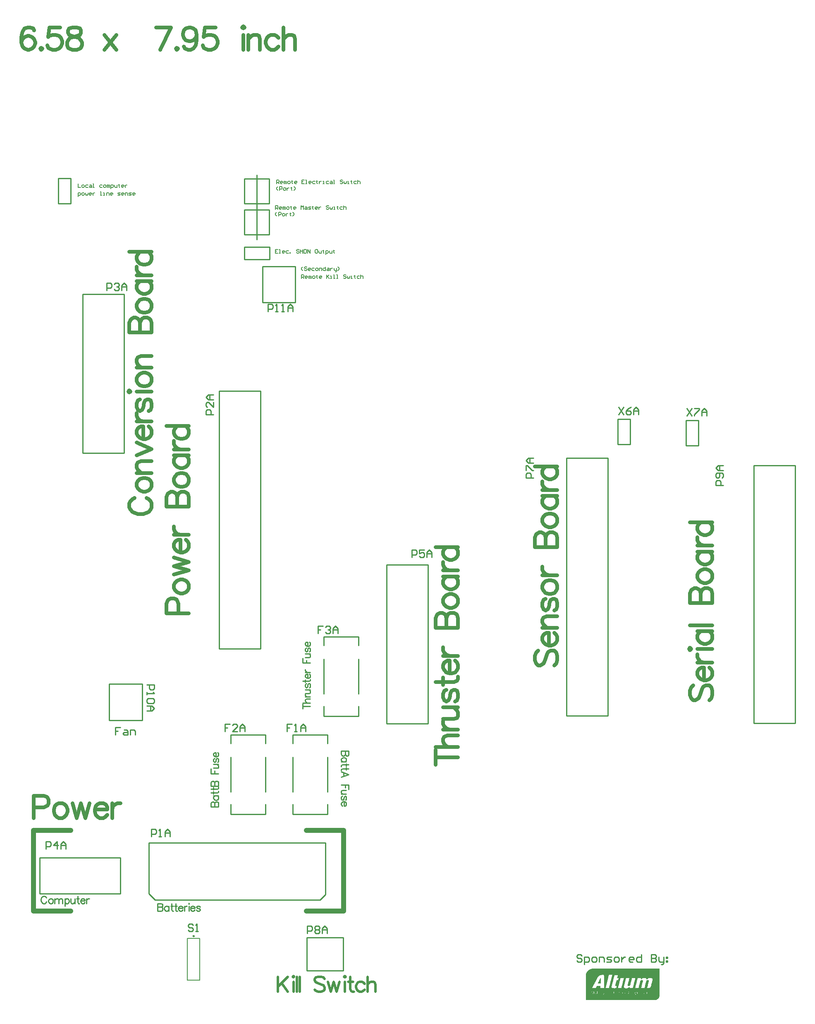
<source format=gto>
G04 Layer_Color=65535*
%FSLAX24Y24*%
%MOIN*%
G70*
G01*
G75*
%ADD11C,0.0200*%
%ADD12C,0.0400*%
%ADD14C,0.0100*%
%ADD26C,0.0098*%
%ADD27C,0.0079*%
%ADD28C,0.0010*%
%ADD29C,0.0070*%
%ADD30C,0.0300*%
D11*
X24200Y9700D02*
Y8500D01*
X25000Y9700D02*
X24200Y8900D01*
X24486Y9186D02*
X25000Y8500D01*
X25383Y9700D02*
X25440Y9643D01*
X25497Y9700D01*
X25440Y9757D01*
X25383Y9700D01*
X25440Y9300D02*
Y8500D01*
X25708Y9700D02*
Y8500D01*
X25960Y9700D02*
Y8500D01*
X27953Y9528D02*
X27839Y9643D01*
X27668Y9700D01*
X27439D01*
X27268Y9643D01*
X27154Y9528D01*
Y9414D01*
X27211Y9300D01*
X27268Y9243D01*
X27382Y9186D01*
X27725Y9071D01*
X27839Y9014D01*
X27896Y8957D01*
X27953Y8843D01*
Y8671D01*
X27839Y8557D01*
X27668Y8500D01*
X27439D01*
X27268Y8557D01*
X27154Y8671D01*
X28222Y9300D02*
X28451Y8500D01*
X28679Y9300D02*
X28451Y8500D01*
X28679Y9300D02*
X28908Y8500D01*
X29136Y9300D02*
X28908Y8500D01*
X29530Y9700D02*
X29587Y9643D01*
X29645Y9700D01*
X29587Y9757D01*
X29530Y9700D01*
X29587Y9300D02*
Y8500D01*
X30027Y9700D02*
Y8729D01*
X30084Y8557D01*
X30199Y8500D01*
X30313D01*
X29856Y9300D02*
X30256D01*
X31170Y9128D02*
X31056Y9243D01*
X30941Y9300D01*
X30770D01*
X30656Y9243D01*
X30542Y9128D01*
X30484Y8957D01*
Y8843D01*
X30542Y8671D01*
X30656Y8557D01*
X30770Y8500D01*
X30941D01*
X31056Y8557D01*
X31170Y8671D01*
X31427Y9700D02*
Y8500D01*
Y9071D02*
X31598Y9243D01*
X31713Y9300D01*
X31884D01*
X31998Y9243D01*
X32055Y9071D01*
Y8500D01*
D12*
X4500Y15000D02*
Y21500D01*
X29500Y15000D02*
Y21500D01*
X4500D02*
X7500D01*
X4500Y15000D02*
X7500D01*
X26500D02*
X29500D01*
X26500Y21500D02*
X29500D01*
D14*
X62541Y50898D02*
X65887D01*
Y30110D02*
Y50898D01*
X62541Y30110D02*
X65887D01*
X62541D02*
Y50898D01*
X47441Y51498D02*
X50787D01*
Y30710D02*
Y51498D01*
X47441Y30710D02*
X50787D01*
X47441D02*
Y51498D01*
X6500Y72000D02*
X7500D01*
Y74024D01*
X6500D02*
X7500D01*
X6500Y72000D02*
Y74024D01*
X21500Y69500D02*
Y71500D01*
Y69500D02*
X23500D01*
Y71500D01*
X21500D02*
X23500D01*
X22500Y69100D02*
Y71800D01*
X21500Y72000D02*
Y74000D01*
Y72000D02*
X23500D01*
Y74000D01*
X21500D02*
X23500D01*
X22500Y71600D02*
Y74300D01*
X21500Y67500D02*
Y68500D01*
Y67500D02*
X23524D01*
Y68500D01*
X21500D02*
X23524D01*
X32941Y30093D02*
Y42898D01*
Y30093D02*
X36287D01*
Y42898D01*
X32941D02*
X36287D01*
X13800Y20500D02*
X28020D01*
X27600Y15900D02*
X28020Y16320D01*
Y20500D01*
X13800Y16400D02*
Y20500D01*
Y16400D02*
X14300Y15900D01*
X27600D01*
X26520Y12860D02*
X29440D01*
Y10200D02*
Y12860D01*
X26520Y10200D02*
X29440D01*
X26520D02*
Y12860D01*
X5000Y16400D02*
X6100D01*
X5000D02*
Y19300D01*
X11500D01*
Y16400D02*
Y19300D01*
X6100Y16400D02*
X11500D01*
X19441Y36110D02*
Y56898D01*
Y36110D02*
X22787D01*
Y56898D01*
X19441D02*
X22787D01*
X8441Y51893D02*
Y64698D01*
Y51893D02*
X11787D01*
Y64698D01*
X8441D02*
X11787D01*
X30700Y30700D02*
Y31500D01*
X27900Y30700D02*
X30700D01*
X27900D02*
Y31500D01*
Y36400D02*
Y37100D01*
X30700D01*
Y36400D02*
Y37100D01*
Y32500D02*
Y35300D01*
X27900Y32500D02*
Y35300D01*
X20400Y24600D02*
Y27400D01*
X23200Y24600D02*
Y27400D01*
Y28500D02*
Y29200D01*
X20400D02*
X23200D01*
X20400Y28500D02*
Y29200D01*
Y22800D02*
Y23600D01*
Y22800D02*
X23200D01*
Y23600D01*
X28200Y22800D02*
Y23600D01*
X25400Y22800D02*
X28200D01*
X25400D02*
Y23600D01*
Y28500D02*
Y29200D01*
X28200D01*
Y28500D02*
Y29200D01*
Y24600D02*
Y27400D01*
X25400Y24600D02*
Y27400D01*
X13260Y30360D02*
Y33280D01*
X10600Y30360D02*
X13260D01*
X10600D02*
Y33280D01*
X13260D01*
X22940Y64020D02*
Y66940D01*
X25600D01*
Y64020D02*
Y66940D01*
X22940Y64020D02*
X25600D01*
X51600Y52600D02*
Y54624D01*
X52600D01*
Y52600D02*
Y54624D01*
X51600Y52600D02*
X52600D01*
X57100Y52500D02*
Y54524D01*
X58100D01*
Y52500D02*
Y54524D01*
X57100Y52500D02*
X58100D01*
X17360Y13870D02*
X17260Y13970D01*
X17060D01*
X16960Y13870D01*
Y13770D01*
X17060Y13670D01*
X17260D01*
X17360Y13570D01*
Y13470D01*
X17260Y13370D01*
X17060D01*
X16960Y13470D01*
X17560Y13370D02*
X17760D01*
X17660D01*
Y13970D01*
X17560Y13870D01*
X26565Y13205D02*
Y13805D01*
X26865D01*
X26965Y13705D01*
Y13505D01*
X26865Y13405D01*
X26565D01*
X27165Y13705D02*
X27265Y13805D01*
X27465D01*
X27565Y13705D01*
Y13605D01*
X27465Y13505D01*
X27565Y13405D01*
Y13305D01*
X27465Y13205D01*
X27265D01*
X27165Y13305D01*
Y13405D01*
X27265Y13505D01*
X27165Y13605D01*
Y13705D01*
X27265Y13505D02*
X27465D01*
X27765Y13205D02*
Y13605D01*
X27965Y13805D01*
X28164Y13605D01*
Y13205D01*
Y13505D01*
X27765D01*
X5500Y20000D02*
Y20600D01*
X5800D01*
X5900Y20500D01*
Y20300D01*
X5800Y20200D01*
X5500D01*
X6400Y20000D02*
Y20600D01*
X6100Y20300D01*
X6500D01*
X6700Y20000D02*
Y20400D01*
X6900Y20600D01*
X7099Y20400D01*
Y20000D01*
Y20300D01*
X6700D01*
X10400Y65000D02*
Y65600D01*
X10700D01*
X10800Y65500D01*
Y65300D01*
X10700Y65200D01*
X10400D01*
X11000Y65500D02*
X11100Y65600D01*
X11300D01*
X11400Y65500D01*
Y65400D01*
X11300Y65300D01*
X11200D01*
X11300D01*
X11400Y65200D01*
Y65100D01*
X11300Y65000D01*
X11100D01*
X11000Y65100D01*
X11600Y65000D02*
Y65400D01*
X11800Y65600D01*
X11999Y65400D01*
Y65000D01*
Y65300D01*
X11600D01*
X44800Y49900D02*
X44200D01*
Y50200D01*
X44300Y50300D01*
X44500D01*
X44600Y50200D01*
Y49900D01*
X44200Y50500D02*
Y50900D01*
X44300D01*
X44700Y50500D01*
X44800D01*
Y51100D02*
X44400D01*
X44200Y51300D01*
X44400Y51499D01*
X44800D01*
X44500D01*
Y51100D01*
X60100Y49300D02*
X59500D01*
Y49600D01*
X59600Y49700D01*
X59800D01*
X59900Y49600D01*
Y49300D01*
X60000Y49900D02*
X60100Y50000D01*
Y50200D01*
X60000Y50300D01*
X59600D01*
X59500Y50200D01*
Y50000D01*
X59600Y49900D01*
X59700D01*
X59800Y50000D01*
Y50300D01*
X60100Y50500D02*
X59700D01*
X59500Y50700D01*
X59700Y50899D01*
X60100D01*
X59800D01*
Y50500D01*
X19000Y55000D02*
X18400D01*
Y55300D01*
X18500Y55400D01*
X18700D01*
X18800Y55300D01*
Y55000D01*
X19000Y56000D02*
Y55600D01*
X18600Y56000D01*
X18500D01*
X18400Y55900D01*
Y55700D01*
X18500Y55600D01*
X19000Y56200D02*
X18600D01*
X18400Y56400D01*
X18600Y56599D01*
X19000D01*
X18700D01*
Y56200D01*
X35000Y43500D02*
Y44100D01*
X35300D01*
X35400Y44000D01*
Y43800D01*
X35300Y43700D01*
X35000D01*
X36000Y44100D02*
X35600D01*
Y43800D01*
X35800Y43900D01*
X35900D01*
X36000Y43800D01*
Y43600D01*
X35900Y43500D01*
X35700D01*
X35600Y43600D01*
X36200Y43500D02*
Y43900D01*
X36400Y44100D01*
X36599Y43900D01*
Y43500D01*
Y43800D01*
X36200D01*
X25320Y30070D02*
X24920D01*
Y29770D01*
X25120D01*
X24920D01*
Y29470D01*
X25520D02*
X25720D01*
X25620D01*
Y30070D01*
X25520Y29970D01*
X26020Y29470D02*
Y29870D01*
X26220Y30070D01*
X26420Y29870D01*
Y29470D01*
Y29770D01*
X26020D01*
X20320Y30070D02*
X19920D01*
Y29770D01*
X20120D01*
X19920D01*
Y29470D01*
X20920D02*
X20520D01*
X20920Y29870D01*
Y29970D01*
X20820Y30070D01*
X20620D01*
X20520Y29970D01*
X21120Y29470D02*
Y29870D01*
X21320Y30070D01*
X21519Y29870D01*
Y29470D01*
Y29770D01*
X21120D01*
X27820Y37970D02*
X27420D01*
Y37670D01*
X27620D01*
X27420D01*
Y37370D01*
X28020Y37870D02*
X28120Y37970D01*
X28320D01*
X28420Y37870D01*
Y37770D01*
X28320Y37670D01*
X28220D01*
X28320D01*
X28420Y37570D01*
Y37470D01*
X28320Y37370D01*
X28120D01*
X28020Y37470D01*
X28620Y37370D02*
Y37770D01*
X28820Y37970D01*
X29019Y37770D01*
Y37370D01*
Y37670D01*
X28620D01*
X14000Y21000D02*
Y21600D01*
X14300D01*
X14400Y21500D01*
Y21300D01*
X14300Y21200D01*
X14000D01*
X14600Y21000D02*
X14800D01*
X14700D01*
Y21600D01*
X14600Y21500D01*
X15100Y21000D02*
Y21400D01*
X15300Y21600D01*
X15500Y21400D01*
Y21000D01*
Y21300D01*
X15100D01*
X13605Y33235D02*
X14205D01*
Y32935D01*
X14105Y32835D01*
X13905D01*
X13805Y32935D01*
Y33235D01*
X13605Y32635D02*
Y32435D01*
Y32535D01*
X14205D01*
X14105Y32635D01*
Y32135D02*
X14205Y32035D01*
Y31835D01*
X14105Y31735D01*
X13705D01*
X13605Y31835D01*
Y32035D01*
X13705Y32135D01*
X14105D01*
X13605Y31536D02*
X14005D01*
X14205Y31336D01*
X14005Y31136D01*
X13605D01*
X13905D01*
Y31536D01*
X23400Y63300D02*
Y63900D01*
X23700D01*
X23800Y63800D01*
Y63600D01*
X23700Y63500D01*
X23400D01*
X24000Y63300D02*
X24200D01*
X24100D01*
Y63900D01*
X24000Y63800D01*
X24500Y63300D02*
X24700D01*
X24600D01*
Y63900D01*
X24500Y63800D01*
X24999Y63300D02*
Y63700D01*
X25199Y63900D01*
X25399Y63700D01*
Y63300D01*
Y63600D01*
X24999D01*
X51645Y55575D02*
X52045Y54975D01*
Y55575D02*
X51645Y54975D01*
X52645Y55575D02*
X52445Y55475D01*
X52245Y55275D01*
Y55075D01*
X52345Y54975D01*
X52545D01*
X52645Y55075D01*
Y55175D01*
X52545Y55275D01*
X52245D01*
X52845Y54975D02*
Y55375D01*
X53045Y55575D01*
X53244Y55375D01*
Y54975D01*
Y55275D01*
X52845D01*
X57145Y55475D02*
X57545Y54875D01*
Y55475D02*
X57145Y54875D01*
X57745Y55475D02*
X58145D01*
Y55375D01*
X57745Y54975D01*
Y54875D01*
X58345D02*
Y55275D01*
X58545Y55475D01*
X58744Y55275D01*
Y54875D01*
Y55175D01*
X58345D01*
X14500Y15600D02*
Y15000D01*
Y15600D02*
X14757D01*
X14843Y15571D01*
X14871Y15543D01*
X14900Y15486D01*
Y15428D01*
X14871Y15371D01*
X14843Y15343D01*
X14757Y15314D01*
X14500D02*
X14757D01*
X14843Y15286D01*
X14871Y15257D01*
X14900Y15200D01*
Y15114D01*
X14871Y15057D01*
X14843Y15029D01*
X14757Y15000D01*
X14500D01*
X15377Y15400D02*
Y15000D01*
Y15314D02*
X15320Y15371D01*
X15263Y15400D01*
X15177D01*
X15120Y15371D01*
X15063Y15314D01*
X15034Y15229D01*
Y15171D01*
X15063Y15086D01*
X15120Y15029D01*
X15177Y15000D01*
X15263D01*
X15320Y15029D01*
X15377Y15086D01*
X15623Y15600D02*
Y15114D01*
X15651Y15029D01*
X15708Y15000D01*
X15765D01*
X15537Y15400D02*
X15737D01*
X15937Y15600D02*
Y15114D01*
X15965Y15029D01*
X16023Y15000D01*
X16080D01*
X15851Y15400D02*
X16051D01*
X16165Y15229D02*
X16508D01*
Y15286D01*
X16480Y15343D01*
X16451Y15371D01*
X16394Y15400D01*
X16308D01*
X16251Y15371D01*
X16194Y15314D01*
X16165Y15229D01*
Y15171D01*
X16194Y15086D01*
X16251Y15029D01*
X16308Y15000D01*
X16394D01*
X16451Y15029D01*
X16508Y15086D01*
X16637Y15400D02*
Y15000D01*
Y15229D02*
X16665Y15314D01*
X16722Y15371D01*
X16780Y15400D01*
X16865D01*
X16977Y15600D02*
X17005Y15571D01*
X17034Y15600D01*
X17005Y15628D01*
X16977Y15600D01*
X17005Y15400D02*
Y15000D01*
X17139Y15229D02*
X17482D01*
Y15286D01*
X17454Y15343D01*
X17425Y15371D01*
X17368Y15400D01*
X17282D01*
X17225Y15371D01*
X17168Y15314D01*
X17139Y15229D01*
Y15171D01*
X17168Y15086D01*
X17225Y15029D01*
X17282Y15000D01*
X17368D01*
X17425Y15029D01*
X17482Y15086D01*
X17925Y15314D02*
X17896Y15371D01*
X17811Y15400D01*
X17725D01*
X17639Y15371D01*
X17611Y15314D01*
X17639Y15257D01*
X17696Y15229D01*
X17839Y15200D01*
X17896Y15171D01*
X17925Y15114D01*
Y15086D01*
X17896Y15029D01*
X17811Y15000D01*
X17725D01*
X17639Y15029D01*
X17611Y15086D01*
X5528Y16057D02*
X5500Y16114D01*
X5443Y16171D01*
X5386Y16200D01*
X5271D01*
X5214Y16171D01*
X5157Y16114D01*
X5129Y16057D01*
X5100Y15971D01*
Y15829D01*
X5129Y15743D01*
X5157Y15686D01*
X5214Y15629D01*
X5271Y15600D01*
X5386D01*
X5443Y15629D01*
X5500Y15686D01*
X5528Y15743D01*
X5840Y16000D02*
X5783Y15971D01*
X5726Y15914D01*
X5697Y15829D01*
Y15771D01*
X5726Y15686D01*
X5783Y15629D01*
X5840Y15600D01*
X5926D01*
X5983Y15629D01*
X6040Y15686D01*
X6068Y15771D01*
Y15829D01*
X6040Y15914D01*
X5983Y15971D01*
X5926Y16000D01*
X5840D01*
X6200D02*
Y15600D01*
Y15886D02*
X6285Y15971D01*
X6343Y16000D01*
X6428D01*
X6485Y15971D01*
X6514Y15886D01*
Y15600D01*
Y15886D02*
X6600Y15971D01*
X6657Y16000D01*
X6743D01*
X6800Y15971D01*
X6828Y15886D01*
Y15600D01*
X7017Y16000D02*
Y15400D01*
Y15914D02*
X7074Y15971D01*
X7131Y16000D01*
X7217D01*
X7274Y15971D01*
X7331Y15914D01*
X7360Y15829D01*
Y15771D01*
X7331Y15686D01*
X7274Y15629D01*
X7217Y15600D01*
X7131D01*
X7074Y15629D01*
X7017Y15686D01*
X7488Y16000D02*
Y15714D01*
X7517Y15629D01*
X7574Y15600D01*
X7659D01*
X7717Y15629D01*
X7802Y15714D01*
Y16000D02*
Y15600D01*
X8045Y16200D02*
Y15714D01*
X8074Y15629D01*
X8131Y15600D01*
X8188D01*
X7959Y16000D02*
X8159D01*
X8274Y15829D02*
X8616D01*
Y15886D01*
X8588Y15943D01*
X8559Y15971D01*
X8502Y16000D01*
X8416D01*
X8359Y15971D01*
X8302Y15914D01*
X8274Y15829D01*
Y15771D01*
X8302Y15686D01*
X8359Y15629D01*
X8416Y15600D01*
X8502D01*
X8559Y15629D01*
X8616Y15686D01*
X8745Y16000D02*
Y15600D01*
Y15829D02*
X8773Y15914D01*
X8831Y15971D01*
X8888Y16000D01*
X8973D01*
X29900Y27900D02*
X29300D01*
X29900D02*
Y27643D01*
X29871Y27557D01*
X29843Y27529D01*
X29786Y27500D01*
X29728D01*
X29671Y27529D01*
X29643Y27557D01*
X29614Y27643D01*
Y27900D02*
Y27643D01*
X29586Y27557D01*
X29557Y27529D01*
X29500Y27500D01*
X29414D01*
X29357Y27529D01*
X29329Y27557D01*
X29300Y27643D01*
Y27900D01*
X29700Y27023D02*
X29300D01*
X29614D02*
X29671Y27080D01*
X29700Y27137D01*
Y27223D01*
X29671Y27280D01*
X29614Y27337D01*
X29529Y27366D01*
X29471D01*
X29386Y27337D01*
X29329Y27280D01*
X29300Y27223D01*
Y27137D01*
X29329Y27080D01*
X29386Y27023D01*
X29900Y26777D02*
X29414D01*
X29329Y26749D01*
X29300Y26692D01*
Y26635D01*
X29700Y26863D02*
Y26663D01*
X29900Y26463D02*
X29414D01*
X29329Y26435D01*
X29300Y26377D01*
Y26320D01*
X29700Y26549D02*
Y26349D01*
X29300Y25778D02*
X29900Y26006D01*
X29300Y26235D01*
X29500Y26149D02*
Y25863D01*
X29900Y25166D02*
X29300D01*
X29900D02*
Y24795D01*
X29614Y25166D02*
Y24938D01*
X29700Y24726D02*
X29414D01*
X29329Y24698D01*
X29300Y24641D01*
Y24555D01*
X29329Y24498D01*
X29414Y24412D01*
X29700D02*
X29300D01*
X29614Y23941D02*
X29671Y23969D01*
X29700Y24055D01*
Y24141D01*
X29671Y24227D01*
X29614Y24255D01*
X29557Y24227D01*
X29529Y24169D01*
X29500Y24027D01*
X29471Y23969D01*
X29414Y23941D01*
X29386D01*
X29329Y23969D01*
X29300Y24055D01*
Y24141D01*
X29329Y24227D01*
X29386Y24255D01*
X29529Y23815D02*
Y23472D01*
X29586D01*
X29643Y23501D01*
X29671Y23530D01*
X29700Y23587D01*
Y23672D01*
X29671Y23729D01*
X29614Y23787D01*
X29529Y23815D01*
X29471D01*
X29386Y23787D01*
X29329Y23729D01*
X29300Y23672D01*
Y23587D01*
X29329Y23530D01*
X29386Y23472D01*
X18800Y23400D02*
X19400D01*
X18800D02*
Y23657D01*
X18829Y23743D01*
X18857Y23771D01*
X18914Y23800D01*
X18972D01*
X19029Y23771D01*
X19057Y23743D01*
X19086Y23657D01*
Y23400D02*
Y23657D01*
X19114Y23743D01*
X19143Y23771D01*
X19200Y23800D01*
X19286D01*
X19343Y23771D01*
X19371Y23743D01*
X19400Y23657D01*
Y23400D01*
X19000Y24277D02*
X19400D01*
X19086D02*
X19029Y24220D01*
X19000Y24163D01*
Y24077D01*
X19029Y24020D01*
X19086Y23963D01*
X19171Y23934D01*
X19229D01*
X19314Y23963D01*
X19371Y24020D01*
X19400Y24077D01*
Y24163D01*
X19371Y24220D01*
X19314Y24277D01*
X18800Y24523D02*
X19286D01*
X19371Y24551D01*
X19400Y24608D01*
Y24665D01*
X19000Y24437D02*
Y24637D01*
X18800Y24837D02*
X19286D01*
X19371Y24865D01*
X19400Y24923D01*
Y24980D01*
X19000Y24751D02*
Y24951D01*
X18800Y25065D02*
X19400D01*
X18800D02*
Y25322D01*
X18829Y25408D01*
X18857Y25437D01*
X18914Y25465D01*
X18972D01*
X19029Y25437D01*
X19057Y25408D01*
X19086Y25322D01*
Y25065D02*
Y25322D01*
X19114Y25408D01*
X19143Y25437D01*
X19200Y25465D01*
X19286D01*
X19343Y25437D01*
X19371Y25408D01*
X19400Y25322D01*
Y25065D01*
X18800Y26071D02*
X19400D01*
X18800D02*
Y26442D01*
X19086Y26071D02*
Y26299D01*
X19000Y26511D02*
X19286D01*
X19371Y26539D01*
X19400Y26596D01*
Y26682D01*
X19371Y26739D01*
X19286Y26825D01*
X19000D02*
X19400D01*
X19086Y27296D02*
X19029Y27268D01*
X19000Y27182D01*
Y27096D01*
X19029Y27011D01*
X19086Y26982D01*
X19143Y27011D01*
X19171Y27068D01*
X19200Y27211D01*
X19229Y27268D01*
X19286Y27296D01*
X19314D01*
X19371Y27268D01*
X19400Y27182D01*
Y27096D01*
X19371Y27011D01*
X19314Y26982D01*
X19171Y27422D02*
Y27765D01*
X19114D01*
X19057Y27736D01*
X19029Y27708D01*
X19000Y27651D01*
Y27565D01*
X19029Y27508D01*
X19086Y27451D01*
X19171Y27422D01*
X19229D01*
X19314Y27451D01*
X19371Y27508D01*
X19400Y27565D01*
Y27651D01*
X19371Y27708D01*
X19314Y27765D01*
X26200Y31500D02*
X26800D01*
X26200Y31300D02*
Y31700D01*
Y31771D02*
X26800D01*
X26514D02*
X26429Y31857D01*
X26400Y31914D01*
Y32000D01*
X26429Y32057D01*
X26514Y32086D01*
X26800D01*
X26400Y32243D02*
X26800D01*
X26571D02*
X26486Y32271D01*
X26429Y32328D01*
X26400Y32385D01*
Y32471D01*
Y32525D02*
X26686D01*
X26771Y32554D01*
X26800Y32611D01*
Y32697D01*
X26771Y32754D01*
X26686Y32840D01*
X26400D02*
X26800D01*
X26486Y33311D02*
X26429Y33282D01*
X26400Y33197D01*
Y33111D01*
X26429Y33025D01*
X26486Y32997D01*
X26543Y33025D01*
X26571Y33082D01*
X26600Y33225D01*
X26629Y33282D01*
X26686Y33311D01*
X26714D01*
X26771Y33282D01*
X26800Y33197D01*
Y33111D01*
X26771Y33025D01*
X26714Y32997D01*
X26200Y33522D02*
X26686D01*
X26771Y33551D01*
X26800Y33608D01*
Y33665D01*
X26400Y33437D02*
Y33637D01*
X26571Y33751D02*
Y34094D01*
X26514D01*
X26457Y34065D01*
X26429Y34037D01*
X26400Y33979D01*
Y33894D01*
X26429Y33837D01*
X26486Y33779D01*
X26571Y33751D01*
X26629D01*
X26714Y33779D01*
X26771Y33837D01*
X26800Y33894D01*
Y33979D01*
X26771Y34037D01*
X26714Y34094D01*
X26400Y34222D02*
X26800D01*
X26571D02*
X26486Y34251D01*
X26429Y34308D01*
X26400Y34365D01*
Y34451D01*
X26200Y34976D02*
X26800D01*
X26200D02*
Y35348D01*
X26486Y34976D02*
Y35205D01*
X26400Y35416D02*
X26686D01*
X26771Y35445D01*
X26800Y35502D01*
Y35588D01*
X26771Y35645D01*
X26686Y35730D01*
X26400D02*
X26800D01*
X26486Y36202D02*
X26429Y36173D01*
X26400Y36088D01*
Y36002D01*
X26429Y35916D01*
X26486Y35888D01*
X26543Y35916D01*
X26571Y35973D01*
X26600Y36116D01*
X26629Y36173D01*
X26686Y36202D01*
X26714D01*
X26771Y36173D01*
X26800Y36088D01*
Y36002D01*
X26771Y35916D01*
X26714Y35888D01*
X26571Y36328D02*
Y36670D01*
X26514D01*
X26457Y36642D01*
X26429Y36613D01*
X26400Y36556D01*
Y36470D01*
X26429Y36413D01*
X26486Y36356D01*
X26571Y36328D01*
X26629D01*
X26714Y36356D01*
X26771Y36413D01*
X26800Y36470D01*
Y36556D01*
X26771Y36613D01*
X26714Y36670D01*
X11500Y29800D02*
X11100D01*
Y29500D01*
X11300D01*
X11100D01*
Y29200D01*
X11800Y29600D02*
X12000D01*
X12100Y29500D01*
Y29200D01*
X11800D01*
X11700Y29300D01*
X11800Y29400D01*
X12100D01*
X12300Y29200D02*
Y29600D01*
X12600D01*
X12699Y29500D01*
Y29200D01*
X48700Y11400D02*
X48600Y11500D01*
X48400D01*
X48300Y11400D01*
Y11300D01*
X48400Y11200D01*
X48600D01*
X48700Y11100D01*
Y11000D01*
X48600Y10900D01*
X48400D01*
X48300Y11000D01*
X48900Y10700D02*
Y11300D01*
X49200D01*
X49300Y11200D01*
Y11000D01*
X49200Y10900D01*
X48900D01*
X49600D02*
X49800D01*
X49899Y11000D01*
Y11200D01*
X49800Y11300D01*
X49600D01*
X49500Y11200D01*
Y11000D01*
X49600Y10900D01*
X50099D02*
Y11300D01*
X50399D01*
X50499Y11200D01*
Y10900D01*
X50699D02*
X50999D01*
X51099Y11000D01*
X50999Y11100D01*
X50799D01*
X50699Y11200D01*
X50799Y11300D01*
X51099D01*
X51399Y10900D02*
X51599D01*
X51699Y11000D01*
Y11200D01*
X51599Y11300D01*
X51399D01*
X51299Y11200D01*
Y11000D01*
X51399Y10900D01*
X51899Y11300D02*
Y10900D01*
Y11100D01*
X51999Y11200D01*
X52099Y11300D01*
X52199D01*
X52799Y10900D02*
X52599D01*
X52499Y11000D01*
Y11200D01*
X52599Y11300D01*
X52799D01*
X52899Y11200D01*
Y11100D01*
X52499D01*
X53498Y11500D02*
Y10900D01*
X53198D01*
X53098Y11000D01*
Y11200D01*
X53198Y11300D01*
X53498D01*
X54298Y11500D02*
Y10900D01*
X54598D01*
X54698Y11000D01*
Y11100D01*
X54598Y11200D01*
X54298D01*
X54598D01*
X54698Y11300D01*
Y11400D01*
X54598Y11500D01*
X54298D01*
X54898Y11300D02*
Y11000D01*
X54998Y10900D01*
X55298D01*
Y10800D01*
X55198Y10700D01*
X55098D01*
X55298Y10900D02*
Y11300D01*
X55498D02*
X55598D01*
Y11200D01*
X55498D01*
Y11300D01*
Y11000D02*
X55598D01*
Y10900D01*
X55498D01*
Y11000D01*
D26*
X17449Y12974D02*
G03*
X17449Y12974I-49J0D01*
G01*
D27*
X17900Y9415D02*
Y12785D01*
X16900Y9415D02*
X17900D01*
X16900D02*
Y12785D01*
X17900D01*
D28*
X49010Y7860D02*
X54660D01*
X49010Y7870D02*
X54680D01*
X49010Y7880D02*
X54700D01*
X49010Y7890D02*
X54720D01*
X49010Y7900D02*
X54730D01*
X49010Y7910D02*
X54750D01*
X49010Y7920D02*
X54760D01*
X49010Y7930D02*
X54770D01*
X49010Y7940D02*
X54780D01*
X49010Y7950D02*
X54790D01*
X49010Y7960D02*
X54800D01*
X49010Y7970D02*
X54810D01*
X49010Y7980D02*
X54820D01*
X49010Y7990D02*
X54830D01*
X49010Y8000D02*
X54840D01*
X49010Y8010D02*
X54850D01*
X49010Y8020D02*
X54850D01*
X49010Y8030D02*
X54860D01*
X49010Y8040D02*
X54870D01*
X49010Y8050D02*
X54870D01*
X49010Y8060D02*
X54880D01*
X49010Y8070D02*
X54880D01*
X49010Y8080D02*
X54890D01*
X49010Y8090D02*
X54890D01*
X49010Y8100D02*
X54890D01*
X49010Y8110D02*
X54900D01*
X49010Y8120D02*
X54900D01*
X49010Y8130D02*
X54900D01*
X49010Y8140D02*
X54910D01*
X49010Y8150D02*
X54910D01*
X49010Y8160D02*
X54910D01*
X49010Y8170D02*
X54910D01*
X49010Y8180D02*
X54910D01*
X49010Y8190D02*
X54910D01*
X49010Y8200D02*
X54910D01*
X49010Y8210D02*
X54910D01*
X49010Y8220D02*
X54910D01*
X49010Y8230D02*
X54910D01*
X49010Y8240D02*
X54910D01*
X49010Y8250D02*
X54910D01*
X49010Y8260D02*
X54910D01*
X49010Y8270D02*
X54910D01*
X53040Y8280D02*
X54910D01*
X50460D02*
X52960D01*
X49010D02*
X50370D01*
X53050Y8290D02*
X54910D01*
X50470D02*
X52950D01*
X49010D02*
X50360D01*
X53060Y8300D02*
X54910D01*
X50480D02*
X52950D01*
X49010D02*
X50360D01*
X53070Y8310D02*
X54910D01*
X52970D02*
X53020D01*
X50480D02*
X52950D01*
X50380D02*
X50430D01*
X49010D02*
X50360D01*
X53070Y8320D02*
X54910D01*
X50490D02*
X53030D01*
X49010D02*
X50440D01*
X53070Y8330D02*
X54910D01*
X50490D02*
X53030D01*
X49010D02*
X50450D01*
X54210Y8340D02*
X54910D01*
X54100D02*
X54170D01*
X53940D02*
X54020D01*
X53830D02*
X53900D01*
X53710D02*
X53750D01*
X53660D02*
X53670D01*
X53530D02*
X53600D01*
X53260D02*
X53410D01*
X53170D02*
X53230D01*
X53080D02*
X53130D01*
X53010D02*
X53040D01*
X52890D02*
X52970D01*
X52780D02*
X52850D01*
X52640D02*
X52700D01*
X52420D02*
X52560D01*
X52150D02*
X52320D01*
X52040D02*
X52070D01*
X51880D02*
X51970D01*
X51790D02*
X51840D01*
X51690D02*
X51750D01*
X51570D02*
X51650D01*
X51380D02*
X51500D01*
X51310D02*
X51350D01*
X51180D02*
X51250D01*
X51020D02*
X51110D01*
X50850D02*
X50940D01*
X50760D02*
X50810D01*
X50490D02*
X50640D01*
X50430D02*
X50450D01*
X50300D02*
X50380D01*
X50210D02*
X50260D01*
X50110D02*
X50170D01*
X50040D02*
X50070D01*
X49940D02*
X49990D01*
X49850D02*
X49900D01*
X49800D02*
X49820D01*
X49670D02*
X49740D01*
X49580D02*
X49630D01*
X49490D02*
X49540D01*
X49010D02*
X49450D01*
X54210Y8350D02*
X54910D01*
X54110D02*
X54170D01*
X53940D02*
X54010D01*
X53840D02*
X53900D01*
X53710D02*
X53750D01*
X53530D02*
X53580D01*
X53260D02*
X53410D01*
X53170D02*
X53230D01*
X53080D02*
X53130D01*
X53030D02*
X53040D01*
X52890D02*
X52950D01*
X52790D02*
X52850D01*
X52650D02*
X52700D01*
X52440D02*
X52550D01*
X52160D02*
X52320D01*
X52040D02*
X52070D01*
X51880D02*
X51950D01*
X51790D02*
X51840D01*
X51690D02*
X51750D01*
X51590D02*
X51650D01*
X51380D02*
X51480D01*
X51310D02*
X51350D01*
X51180D02*
X51240D01*
X51020D02*
X51090D01*
X50850D02*
X50920D01*
X50760D02*
X50810D01*
X50490D02*
X50640D01*
X50300D02*
X50370D01*
X50210D02*
X50260D01*
X50110D02*
X50170D01*
X50030D02*
X50070D01*
X49940D02*
X49980D01*
X49850D02*
X49900D01*
X49670D02*
X49730D01*
X49580D02*
X49630D01*
X49490D02*
X49530D01*
X49010D02*
X49450D01*
X54210Y8360D02*
X54910D01*
X54110D02*
X54170D01*
X53940D02*
X54000D01*
X53850D02*
X53900D01*
X53710D02*
X53750D01*
X53530D02*
X53580D01*
X53260D02*
X53410D01*
X53170D02*
X53230D01*
X53080D02*
X53130D01*
X52890D02*
X52940D01*
X52800D02*
X52850D01*
X52650D02*
X52700D01*
X52460D02*
X52540D01*
X52170D02*
X52320D01*
X52040D02*
X52070D01*
X51880D02*
X51940D01*
X51790D02*
X51840D01*
X51690D02*
X51750D01*
X51590D02*
X51650D01*
X51380D02*
X51470D01*
X51310D02*
X51350D01*
X51180D02*
X51230D01*
X51020D02*
X51080D01*
X50850D02*
X50910D01*
X50760D02*
X50810D01*
X50490D02*
X50640D01*
X50300D02*
X50360D01*
X50210D02*
X50260D01*
X50110D02*
X50170D01*
X50020D02*
X50070D01*
X49940D02*
X49970D01*
X49850D02*
X49900D01*
X49670D02*
X49720D01*
X49590D02*
X49630D01*
X49490D02*
X49530D01*
X49010D02*
X49450D01*
X54210Y8370D02*
X54910D01*
X54110D02*
X54170D01*
X54040D02*
X54100D01*
X53940D02*
X53990D01*
X53850D02*
X53900D01*
X53710D02*
X53810D01*
X53620D02*
X53660D01*
X53460D02*
X53580D01*
X53260D02*
X53410D01*
X53170D02*
X53230D01*
X53080D02*
X53130D01*
X52990D02*
X53020D01*
X52890D02*
X52940D01*
X52800D02*
X52850D01*
X52650D02*
X52760D01*
X52580D02*
X52640D01*
X52470D02*
X52530D01*
X52360D02*
X52390D01*
X52170D02*
X52320D01*
X51990D02*
X52130D01*
X51880D02*
X51930D01*
X51790D02*
X51840D01*
X51690D02*
X51750D01*
X51600D02*
X51650D01*
X51510D02*
X51550D01*
X51380D02*
X51460D01*
X51280D02*
X51350D01*
X51130D02*
X51230D01*
X51020D02*
X51080D01*
X50950D02*
X51010D01*
X50850D02*
X50900D01*
X50680D02*
X50810D01*
X50490D02*
X50640D01*
X50410D02*
X50430D01*
X50300D02*
X50350D01*
X50210D02*
X50260D01*
X50110D02*
X50170D01*
X50010D02*
X50070D01*
X49940D02*
X49970D01*
X49850D02*
X49900D01*
X49760D02*
X49800D01*
X49670D02*
X49720D01*
X49590D02*
X49630D01*
X49490D02*
X49530D01*
X49010D02*
X49450D01*
X54210Y8380D02*
X54910D01*
X54030D02*
X54170D01*
X53940D02*
X53990D01*
X53860D02*
X53900D01*
X53710D02*
X53810D01*
X53610D02*
X53670D01*
X53460D02*
X53580D01*
X53260D02*
X53410D01*
X53170D02*
X53230D01*
X53080D02*
X53130D01*
X52980D02*
X53030D01*
X52890D02*
X52930D01*
X52800D02*
X52850D01*
X52570D02*
X52760D01*
X52470D02*
X52530D01*
X52360D02*
X52410D01*
X52170D02*
X52320D01*
X51980D02*
X52130D01*
X51880D02*
X51930D01*
X51790D02*
X51840D01*
X51690D02*
X51750D01*
X51610D02*
X51650D01*
X51500D02*
X51560D01*
X51380D02*
X51460D01*
X51270D02*
X51350D01*
X51120D02*
X51230D01*
X50940D02*
X51070D01*
X50850D02*
X50900D01*
X50680D02*
X50810D01*
X50490D02*
X50640D01*
X50400D02*
X50440D01*
X50300D02*
X50350D01*
X50210D02*
X50260D01*
X50110D02*
X50170D01*
X50010D02*
X50070D01*
X49940D02*
X49960D01*
X49850D02*
X49900D01*
X49760D02*
X49810D01*
X49670D02*
X49720D01*
X49590D02*
X49630D01*
X49490D02*
X49520D01*
X49010D02*
X49450D01*
X54210Y8390D02*
X54910D01*
X54020D02*
X54170D01*
X53940D02*
X53980D01*
X53850D02*
X53900D01*
X53710D02*
X53810D01*
X53620D02*
X53670D01*
X53460D02*
X53580D01*
X53260D02*
X53410D01*
X53170D02*
X53230D01*
X53080D02*
X53130D01*
X52980D02*
X53030D01*
X52890D02*
X52930D01*
X52800D02*
X52850D01*
X52560D02*
X52760D01*
X52480D02*
X52520D01*
X52360D02*
X52430D01*
X52170D02*
X52320D01*
X51970D02*
X52130D01*
X51880D02*
X51930D01*
X51790D02*
X51840D01*
X51690D02*
X51750D01*
X51610D02*
X51650D01*
X51500D02*
X51570D01*
X51380D02*
X51460D01*
X51270D02*
X51350D01*
X51110D02*
X51230D01*
X50930D02*
X51070D01*
X50850D02*
X50900D01*
X50680D02*
X50810D01*
X50490D02*
X50640D01*
X50390D02*
X50450D01*
X50300D02*
X50350D01*
X50210D02*
X50260D01*
X50110D02*
X50170D01*
X50000D02*
X50070D01*
X49940D02*
X49950D01*
X49850D02*
X49900D01*
X49760D02*
X49810D01*
X49670D02*
X49720D01*
X49600D02*
X49630D01*
X49490D02*
X49520D01*
X49010D02*
X49450D01*
X54210Y8400D02*
X54910D01*
X54120D02*
X54170D01*
X53940D02*
X53980D01*
X53850D02*
X53900D01*
X53710D02*
X53790D01*
X53630D02*
X53670D01*
X53460D02*
X53580D01*
X53260D02*
X53410D01*
X53170D02*
X53230D01*
X53080D02*
X53130D01*
X52970D02*
X53040D01*
X52890D02*
X52930D01*
X52800D02*
X52850D01*
X52660D02*
X52730D01*
X52480D02*
X52520D01*
X52360D02*
X52430D01*
X52170D02*
X52320D01*
X51970D02*
X52100D01*
X51880D02*
X51930D01*
X51790D02*
X51840D01*
X51690D02*
X51750D01*
X51610D02*
X51650D01*
X51500D02*
X51570D01*
X51380D02*
X51460D01*
X51270D02*
X51350D01*
X51110D02*
X51230D01*
X51030D02*
X51070D01*
X50850D02*
X50900D01*
X50680D02*
X50810D01*
X50490D02*
X50640D01*
X50390D02*
X50450D01*
X50300D02*
X50350D01*
X50210D02*
X50260D01*
X50110D02*
X50170D01*
X49990D02*
X50070D01*
X49850D02*
X49900D01*
X49770D02*
X49810D01*
X49670D02*
X49720D01*
X49600D02*
X49630D01*
X49550D02*
X49560D01*
X49490D02*
X49520D01*
X49010D02*
X49450D01*
X54210Y8410D02*
X54910D01*
X54120D02*
X54170D01*
X53940D02*
X53980D01*
X53850D02*
X53900D01*
X53710D02*
X53760D01*
X53460D02*
X53590D01*
X53260D02*
X53410D01*
X53170D02*
X53230D01*
X53080D02*
X53130D01*
X52970D02*
X53040D01*
X52890D02*
X52930D01*
X52790D02*
X52850D01*
X52660D02*
X52710D01*
X52480D02*
X52520D01*
X52360D02*
X52440D01*
X52170D02*
X52320D01*
X51970D02*
X52080D01*
X51880D02*
X51930D01*
X51790D02*
X51840D01*
X51690D02*
X51750D01*
X51610D02*
X51650D01*
X51500D02*
X51570D01*
X51390D02*
X51460D01*
X51270D02*
X51350D01*
X51110D02*
X51230D01*
X51030D02*
X51070D01*
X50850D02*
X50900D01*
X50680D02*
X50810D01*
X50490D02*
X50640D01*
X50390D02*
X50450D01*
X50300D02*
X50350D01*
X50210D02*
X50260D01*
X50110D02*
X50170D01*
X49980D02*
X50070D01*
X49850D02*
X49900D01*
X49670D02*
X49730D01*
X49600D02*
X49630D01*
X49550D02*
X49570D01*
X49490D02*
X49510D01*
X49010D02*
X49450D01*
X54210Y8420D02*
X54910D01*
X54120D02*
X54170D01*
X53940D02*
X53980D01*
X53830D02*
X53900D01*
X53710D02*
X53750D01*
X53460D02*
X53600D01*
X53260D02*
X53410D01*
X53170D02*
X53230D01*
X53080D02*
X53130D01*
X52970D02*
X53040D01*
X52890D02*
X52930D01*
X52780D02*
X52850D01*
X52660D02*
X52700D01*
X52490D02*
X52520D01*
X52360D02*
X52440D01*
X52150D02*
X52320D01*
X51970D02*
X52070D01*
X51880D02*
X51930D01*
X51790D02*
X51840D01*
X51690D02*
X51750D01*
X51610D02*
X51650D01*
X51500D02*
X51570D01*
X51390D02*
X51460D01*
X51270D02*
X51350D01*
X51110D02*
X51230D01*
X51030D02*
X51070D01*
X50850D02*
X50900D01*
X50680D02*
X50810D01*
X50490D02*
X50640D01*
X50390D02*
X50450D01*
X50300D02*
X50350D01*
X50210D02*
X50260D01*
X50110D02*
X50170D01*
X49980D02*
X50070D01*
X49850D02*
X49900D01*
X49670D02*
X49740D01*
X49610D02*
X49630D01*
X49550D02*
X49570D01*
X49490D02*
X49510D01*
X49010D02*
X49450D01*
X54210Y8430D02*
X54910D01*
X54120D02*
X54170D01*
X54020D02*
X54080D01*
X53940D02*
X53980D01*
X53800D02*
X53900D01*
X53710D02*
X53750D01*
X53530D02*
X53670D01*
X53260D02*
X53410D01*
X53170D02*
X53220D01*
X53080D02*
X53130D01*
X52970D02*
X53030D01*
X52890D02*
X52930D01*
X52750D02*
X52850D01*
X52660D02*
X52700D01*
X52560D02*
X52620D01*
X52490D02*
X52520D01*
X52360D02*
X52440D01*
X52120D02*
X52320D01*
X51970D02*
X52070D01*
X51880D02*
X51930D01*
X51790D02*
X51840D01*
X51700D02*
X51750D01*
X51610D02*
X51650D01*
X51500D02*
X51570D01*
X51390D02*
X51460D01*
X51270D02*
X51350D01*
X51110D02*
X51230D01*
X51030D02*
X51070D01*
X50930D02*
X51000D01*
X50850D02*
X50900D01*
X50750D02*
X50810D01*
X50490D02*
X50640D01*
X50390D02*
X50450D01*
X50300D02*
X50350D01*
X50210D02*
X50260D01*
X50110D02*
X50170D01*
X49990D02*
X50070D01*
X49850D02*
X49900D01*
X49670D02*
X49810D01*
X49610D02*
X49630D01*
X49550D02*
X49570D01*
X49490D02*
X49510D01*
X49010D02*
X49450D01*
X54220Y8440D02*
X54910D01*
X54120D02*
X54170D01*
X54020D02*
X54080D01*
X53940D02*
X53990D01*
X53790D02*
X53900D01*
X53710D02*
X53750D01*
X53530D02*
X53670D01*
X53260D02*
X53410D01*
X53180D02*
X53220D01*
X53080D02*
X53130D01*
X52980D02*
X53030D01*
X52890D02*
X52930D01*
X52740D02*
X52850D01*
X52660D02*
X52700D01*
X52560D02*
X52620D01*
X52490D02*
X52530D01*
X52360D02*
X52440D01*
X52110D02*
X52320D01*
X51980D02*
X52070D01*
X51880D02*
X51930D01*
X51790D02*
X51840D01*
X51700D02*
X51750D01*
X51610D02*
X51650D01*
X51500D02*
X51560D01*
X51390D02*
X51460D01*
X51270D02*
X51350D01*
X51120D02*
X51230D01*
X51030D02*
X51070D01*
X50940D02*
X50990D01*
X50850D02*
X50900D01*
X50750D02*
X50810D01*
X50490D02*
X50640D01*
X50390D02*
X50450D01*
X50300D02*
X50350D01*
X50210D02*
X50260D01*
X50110D02*
X50170D01*
X50000D02*
X50070D01*
X49940D02*
X49950D01*
X49850D02*
X49900D01*
X49670D02*
X49810D01*
X49610D02*
X49630D01*
X49540D02*
X49580D01*
X49490D02*
X49510D01*
X49010D02*
X49450D01*
X54250Y8450D02*
X54910D01*
X54110D02*
X54170D01*
X54030D02*
X54080D01*
X53940D02*
X53990D01*
X53790D02*
X53900D01*
X53700D02*
X53750D01*
X53610D02*
X53660D01*
X53530D02*
X53590D01*
X53260D02*
X53410D01*
X53180D02*
X53220D01*
X53080D02*
X53130D01*
X52990D02*
X53020D01*
X52890D02*
X52940D01*
X52740D02*
X52850D01*
X52650D02*
X52700D01*
X52570D02*
X52620D01*
X52490D02*
X52530D01*
X52360D02*
X52440D01*
X52110D02*
X52320D01*
X51980D02*
X52070D01*
X51880D02*
X51930D01*
X51790D02*
X51840D01*
X51710D02*
X51740D01*
X51600D02*
X51650D01*
X51510D02*
X51550D01*
X51430D02*
X51460D01*
X51270D02*
X51350D01*
X51130D02*
X51230D01*
X51030D02*
X51080D01*
X50940D02*
X50990D01*
X50850D02*
X50900D01*
X50750D02*
X50810D01*
X50490D02*
X50640D01*
X50400D02*
X50440D01*
X50300D02*
X50350D01*
X50220D02*
X50260D01*
X50110D02*
X50170D01*
X50000D02*
X50070D01*
X49940D02*
X49960D01*
X49850D02*
X49900D01*
X49750D02*
X49810D01*
X49670D02*
X49730D01*
X49620D02*
X49630D01*
X49540D02*
X49580D01*
X49490D02*
X49500D01*
X49010D02*
X49450D01*
X54250Y8460D02*
X54910D01*
X54110D02*
X54170D01*
X53940D02*
X54000D01*
X53850D02*
X53900D01*
X53700D02*
X53750D01*
X53460D02*
X53590D01*
X53260D02*
X53410D01*
X53080D02*
X53130D01*
X52890D02*
X52940D01*
X52790D02*
X52850D01*
X52650D02*
X52700D01*
X52480D02*
X52540D01*
X52360D02*
X52440D01*
X52170D02*
X52320D01*
X52030D02*
X52070D01*
X51880D02*
X51940D01*
X51780D02*
X51840D01*
X51590D02*
X51650D01*
X51430D02*
X51470D01*
X51300D02*
X51350D01*
X51180D02*
X51200D01*
X51020D02*
X51080D01*
X50850D02*
X50910D01*
X50680D02*
X50810D01*
X50490D02*
X50640D01*
X50300D02*
X50360D01*
X50110D02*
X50170D01*
X50010D02*
X50070D01*
X49940D02*
X49970D01*
X49840D02*
X49900D01*
X49670D02*
X49730D01*
X49620D02*
X49630D01*
X49540D02*
X49580D01*
X49490D02*
X49500D01*
X49010D02*
X49450D01*
X54250Y8470D02*
X54910D01*
X54200D02*
X54210D01*
X54100D02*
X54170D01*
X53940D02*
X54010D01*
X53850D02*
X53900D01*
X53690D02*
X53760D01*
X53460D02*
X53590D01*
X53250D02*
X53410D01*
X53080D02*
X53130D01*
X52890D02*
X52950D01*
X52800D02*
X52850D01*
X52640D02*
X52710D01*
X52480D02*
X52540D01*
X52360D02*
X52430D01*
X52170D02*
X52320D01*
X52030D02*
X52080D01*
X51880D02*
X51950D01*
X51780D02*
X51840D01*
X51590D02*
X51650D01*
X51430D02*
X51480D01*
X51380D02*
X51390D01*
X51300D02*
X51350D01*
X51180D02*
X51200D01*
X51010D02*
X51090D01*
X50850D02*
X50920D01*
X50680D02*
X50810D01*
X50490D02*
X50640D01*
X50290D02*
X50370D01*
X50110D02*
X50170D01*
X50020D02*
X50070D01*
X49940D02*
X49970D01*
X49840D02*
X49900D01*
X49670D02*
X49730D01*
X49620D02*
X49630D01*
X49530D02*
X49580D01*
X49010D02*
X49450D01*
X54500Y8480D02*
X54910D01*
X54460D02*
X54490D01*
X54420D02*
X54440D01*
X54360D02*
X54400D01*
X54250D02*
X54350D01*
X54200D02*
X54220D01*
X54090D02*
X54170D01*
X53940D02*
X54020D01*
X53850D02*
X53900D01*
X53680D02*
X53770D01*
X53460D02*
X53600D01*
X53240D02*
X53410D01*
X53170D02*
X53180D01*
X53080D02*
X53130D01*
X53020D02*
X53040D01*
X52890D02*
X52960D01*
X52800D02*
X52850D01*
X52630D02*
X52720D01*
X52480D02*
X52560D01*
X52360D02*
X52430D01*
X52170D02*
X52320D01*
X52040D02*
X52090D01*
X51880D02*
X51960D01*
X51770D02*
X51840D01*
X51690D02*
X51710D01*
X51570D02*
X51650D01*
X51430D02*
X51500D01*
X51380D02*
X51400D01*
X51300D02*
X51350D01*
X51180D02*
X51200D01*
X51000D02*
X51110D01*
X50850D02*
X50930D01*
X50680D02*
X50810D01*
X50490D02*
X50640D01*
X50440D02*
X50450D01*
X50280D02*
X50380D01*
X50200D02*
X50220D01*
X50110D02*
X50170D01*
X50030D02*
X50070D01*
X49940D02*
X49980D01*
X49830D02*
X49900D01*
X49670D02*
X49740D01*
X49530D02*
X49590D01*
X49010D02*
X49450D01*
X54500Y8490D02*
X54910D01*
X54470D02*
X54490D01*
X54420D02*
X54440D01*
X54360D02*
X54400D01*
X53460D02*
X54350D01*
X52470D02*
X53410D01*
X52360D02*
X52420D01*
X51270D02*
X52320D01*
X50850D02*
X51230D01*
X50680D02*
X50810D01*
X49940D02*
X50640D01*
X49670D02*
X49900D01*
X49530D02*
X49590D01*
X49010D02*
X49450D01*
X54500Y8500D02*
X54910D01*
X54470D02*
X54490D01*
X54420D02*
X54430D01*
X54360D02*
X54400D01*
X53460D02*
X54350D01*
X52470D02*
X53410D01*
X52360D02*
X52400D01*
X51270D02*
X52320D01*
X50850D02*
X51230D01*
X50680D02*
X50810D01*
X49940D02*
X50640D01*
X49670D02*
X49900D01*
X49520D02*
X49590D01*
X49010D02*
X49450D01*
X54500Y8510D02*
X54910D01*
X54480D02*
X54490D01*
X54450D02*
X54460D01*
X54420D02*
X54430D01*
X54360D02*
X54400D01*
X53530D02*
X54350D01*
X52460D02*
X53410D01*
X51270D02*
X52320D01*
X50850D02*
X51230D01*
X50760D02*
X50810D01*
X49940D02*
X50640D01*
X49670D02*
X49900D01*
X49520D02*
X49600D01*
X49010D02*
X49450D01*
X54500Y8520D02*
X54910D01*
X54480D02*
X54490D01*
X54440D02*
X54460D01*
X54360D02*
X54400D01*
X53940D02*
X54350D01*
X53530D02*
X53900D01*
X52890D02*
X53410D01*
X52450D02*
X52850D01*
X51880D02*
X52320D01*
X51270D02*
X51840D01*
X50850D02*
X51250D01*
X50760D02*
X50810D01*
X50110D02*
X50640D01*
X49940D02*
X50070D01*
X49670D02*
X49900D01*
X49520D02*
X49600D01*
X49010D02*
X49450D01*
X54500Y8530D02*
X54910D01*
X54440D02*
X54470D01*
X54360D02*
X54400D01*
X53940D02*
X54350D01*
X53530D02*
X53900D01*
X52890D02*
X53410D01*
X52420D02*
X52850D01*
X51880D02*
X52320D01*
X50850D02*
X51840D01*
X50760D02*
X50810D01*
X50110D02*
X50640D01*
X49940D02*
X50070D01*
X49670D02*
X49900D01*
X49510D02*
X49600D01*
X49010D02*
X49450D01*
X54500Y8540D02*
X54910D01*
X54430D02*
X54470D01*
X54360D02*
X54400D01*
X53940D02*
X54350D01*
X52890D02*
X53900D01*
X51880D02*
X52850D01*
X50850D02*
X51840D01*
X50110D02*
X50810D01*
X49940D02*
X50070D01*
X49010D02*
X49900D01*
X54500Y8550D02*
X54910D01*
X54430D02*
X54480D01*
X54390D02*
X54400D01*
X50850D02*
X54320D01*
X49940D02*
X50810D01*
X49010D02*
X49900D01*
X49010Y8560D02*
X54910D01*
X49010Y8570D02*
X54910D01*
X49010Y8580D02*
X54910D01*
X49010Y8590D02*
X54910D01*
X49010Y8600D02*
X54910D01*
X49010Y8610D02*
X54910D01*
X49010Y8620D02*
X54910D01*
X49010Y8630D02*
X54910D01*
X49010Y8640D02*
X54910D01*
X49010Y8650D02*
X54910D01*
X49010Y8660D02*
X54910D01*
X49010Y8670D02*
X54910D01*
X49010Y8680D02*
X54910D01*
X49010Y8690D02*
X54910D01*
X49010Y8700D02*
X54910D01*
X49010Y8710D02*
X54910D01*
X49010Y8720D02*
X54910D01*
X49010Y8730D02*
X54910D01*
X49010Y8740D02*
X54910D01*
X49010Y8750D02*
X54910D01*
X49010Y8760D02*
X54910D01*
X52310Y8770D02*
X54910D01*
X49010D02*
X52200D01*
X52360Y8780D02*
X54910D01*
X51360D02*
X52150D01*
X49010D02*
X51240D01*
X54500Y8790D02*
X54910D01*
X54460D02*
X54490D01*
X54420D02*
X54440D01*
X54360D02*
X54400D01*
X54090D02*
X54340D01*
X53740D02*
X53910D01*
X53260D02*
X53430D01*
X52800D02*
X52950D01*
X52390D02*
X52490D01*
X51870D02*
X52130D01*
X51450D02*
X51570D01*
X50870D02*
X51150D01*
X50500D02*
X50570D01*
X49820D02*
X50150D01*
X49010D02*
X49460D01*
X54500Y8800D02*
X54910D01*
X54470D02*
X54490D01*
X54420D02*
X54440D01*
X54360D02*
X54400D01*
X54130D02*
X54340D01*
X53740D02*
X53920D01*
X53260D02*
X53430D01*
X52800D02*
X52950D01*
X52410D02*
X52500D01*
X51880D02*
X52110D01*
X51460D02*
X51570D01*
X50880D02*
X51120D01*
X50500D02*
X50570D01*
X49820D02*
X50150D01*
X49010D02*
X49470D01*
X54500Y8810D02*
X54910D01*
X54470D02*
X54490D01*
X54420D02*
X54440D01*
X54360D02*
X54400D01*
X54150D02*
X54340D01*
X53740D02*
X53920D01*
X53260D02*
X53440D01*
X52800D02*
X52950D01*
X52430D02*
X52500D01*
X51880D02*
X52090D01*
X51460D02*
X51570D01*
X50880D02*
X51100D01*
X50500D02*
X50570D01*
X49830D02*
X50150D01*
X49010D02*
X49470D01*
X54500Y8820D02*
X54910D01*
X54470D02*
X54490D01*
X54450D02*
X54460D01*
X54420D02*
X54430D01*
X54360D02*
X54400D01*
X54170D02*
X54340D01*
X53740D02*
X53920D01*
X53260D02*
X53440D01*
X52810D02*
X52960D01*
X52440D02*
X52500D01*
X51880D02*
X52080D01*
X51460D02*
X51570D01*
X50880D02*
X51080D01*
X50500D02*
X50580D01*
X49830D02*
X50150D01*
X49010D02*
X49480D01*
X54500Y8830D02*
X54910D01*
X54480D02*
X54490D01*
X54440D02*
X54460D01*
X54420D02*
X54430D01*
X54360D02*
X54400D01*
X54180D02*
X54340D01*
X53750D02*
X53920D01*
X53270D02*
X53440D01*
X52810D02*
X52960D01*
X52460D02*
X52500D01*
X51880D02*
X52070D01*
X51460D02*
X51580D01*
X50880D02*
X51070D01*
X50500D02*
X50580D01*
X49830D02*
X50150D01*
X49010D02*
X49480D01*
X54500Y8840D02*
X54910D01*
X54480D02*
X54490D01*
X54440D02*
X54470D01*
X54360D02*
X54400D01*
X54200D02*
X54340D01*
X53750D02*
X53930D01*
X53270D02*
X53440D01*
X52810D02*
X52960D01*
X52470D02*
X52510D01*
X51890D02*
X52070D01*
X51470D02*
X51580D01*
X50890D02*
X51070D01*
X50500D02*
X50580D01*
X49840D02*
X50150D01*
X49010D02*
X49490D01*
X54500Y8850D02*
X54910D01*
X54440D02*
X54470D01*
X54360D02*
X54400D01*
X54210D02*
X54340D01*
X53750D02*
X53930D01*
X53270D02*
X53450D01*
X52810D02*
X52960D01*
X52480D02*
X52510D01*
X51890D02*
X52060D01*
X51470D02*
X51580D01*
X50890D02*
X51060D01*
X50500D02*
X50580D01*
X49840D02*
X50150D01*
X49010D02*
X49490D01*
X54500Y8860D02*
X54910D01*
X54430D02*
X54470D01*
X54360D02*
X54400D01*
X54220D02*
X54340D01*
X53750D02*
X53930D01*
X53270D02*
X53450D01*
X52820D02*
X52970D01*
X52490D02*
X52510D01*
X51890D02*
X52060D01*
X51470D02*
X51580D01*
X50890D02*
X51060D01*
X50500D02*
X50590D01*
X49850D02*
X50150D01*
X49010D02*
X49500D01*
X54500Y8870D02*
X54910D01*
X54430D02*
X54480D01*
X54390D02*
X54400D01*
X54220D02*
X54320D01*
X53760D02*
X53930D01*
X53280D02*
X53450D01*
X52820D02*
X52970D01*
X52500D02*
X52510D01*
X51890D02*
X52060D01*
X51470D02*
X51590D01*
X50890D02*
X51060D01*
X50500D02*
X50590D01*
X49850D02*
X50150D01*
X49010D02*
X49510D01*
X54230Y8880D02*
X54910D01*
X53760D02*
X53940D01*
X53280D02*
X53450D01*
X52820D02*
X52970D01*
X51900D02*
X52050D01*
X51480D02*
X51590D01*
X50900D02*
X51060D01*
X50500D02*
X50590D01*
X49860D02*
X50150D01*
X49010D02*
X49510D01*
X54240Y8890D02*
X54910D01*
X53760D02*
X53940D01*
X53280D02*
X53460D01*
X52820D02*
X52970D01*
X51900D02*
X52050D01*
X51480D02*
X51590D01*
X50900D02*
X51060D01*
X50500D02*
X50590D01*
X49860D02*
X50160D01*
X49010D02*
X49520D01*
X54240Y8900D02*
X54910D01*
X53760D02*
X53940D01*
X53280D02*
X53460D01*
X52830D02*
X52980D01*
X51900D02*
X52050D01*
X51480D02*
X51590D01*
X50900D02*
X51060D01*
X50500D02*
X50600D01*
X49860D02*
X50160D01*
X49010D02*
X49520D01*
X54250Y8910D02*
X54910D01*
X53770D02*
X53940D01*
X53290D02*
X53460D01*
X52830D02*
X52980D01*
X51900D02*
X52050D01*
X51480D02*
X51600D01*
X50900D02*
X51060D01*
X50500D02*
X50600D01*
X49870D02*
X50160D01*
X49010D02*
X49530D01*
X54250Y8920D02*
X54910D01*
X53770D02*
X53950D01*
X53290D02*
X53460D01*
X52830D02*
X52980D01*
X51910D02*
X52050D01*
X51490D02*
X51600D01*
X50910D02*
X51060D01*
X50500D02*
X50600D01*
X49870D02*
X50160D01*
X49010D02*
X49530D01*
X54260Y8930D02*
X54910D01*
X53770D02*
X53950D01*
X53290D02*
X53470D01*
X52830D02*
X52980D01*
X51910D02*
X52050D01*
X51490D02*
X51600D01*
X50910D02*
X51060D01*
X50500D02*
X50600D01*
X49880D02*
X50160D01*
X49010D02*
X49540D01*
X54260Y8940D02*
X54910D01*
X53770D02*
X53950D01*
X53290D02*
X53470D01*
X52840D02*
X52990D01*
X51910D02*
X52050D01*
X51490D02*
X51600D01*
X50910D02*
X51060D01*
X50500D02*
X50610D01*
X49880D02*
X50160D01*
X49010D02*
X49540D01*
X54260Y8950D02*
X54910D01*
X53780D02*
X53950D01*
X53300D02*
X53470D01*
X52840D02*
X52990D01*
X51910D02*
X52050D01*
X51490D02*
X51610D01*
X50910D02*
X51060D01*
X50500D02*
X50610D01*
X49890D02*
X50160D01*
X49010D02*
X49550D01*
X54260Y8960D02*
X54910D01*
X53780D02*
X53960D01*
X53300D02*
X53470D01*
X52840D02*
X52990D01*
X51920D02*
X52050D01*
X51500D02*
X51610D01*
X50920D02*
X51060D01*
X50500D02*
X50610D01*
X49890D02*
X50160D01*
X49010D02*
X49550D01*
X54270Y8970D02*
X54910D01*
X53780D02*
X53960D01*
X53300D02*
X53480D01*
X52840D02*
X52990D01*
X51920D02*
X52060D01*
X51500D02*
X51610D01*
X50920D02*
X51060D01*
X50500D02*
X50610D01*
X49900D02*
X50160D01*
X49010D02*
X49560D01*
X54270Y8980D02*
X54910D01*
X53780D02*
X53960D01*
X53300D02*
X53480D01*
X52850D02*
X53000D01*
X52400D02*
X52500D01*
X51920D02*
X52060D01*
X51400D02*
X51610D01*
X50920D02*
X51070D01*
X50500D02*
X50620D01*
X49010D02*
X49560D01*
X54270Y8990D02*
X54910D01*
X53790D02*
X53960D01*
X53310D02*
X53480D01*
X52850D02*
X53000D01*
X52390D02*
X52520D01*
X51920D02*
X52060D01*
X51390D02*
X51620D01*
X50920D02*
X51070D01*
X50500D02*
X50620D01*
X49010D02*
X49570D01*
X54270Y9000D02*
X54910D01*
X53790D02*
X53970D01*
X53310D02*
X53480D01*
X52850D02*
X53000D01*
X52390D02*
X52530D01*
X51930D02*
X52060D01*
X51390D02*
X51620D01*
X50930D02*
X51070D01*
X50500D02*
X50620D01*
X49010D02*
X49580D01*
X54280Y9010D02*
X54910D01*
X53790D02*
X53970D01*
X53310D02*
X53490D01*
X52850D02*
X53000D01*
X52380D02*
X52540D01*
X51930D02*
X52070D01*
X51380D02*
X51620D01*
X50930D02*
X51070D01*
X50500D02*
X50620D01*
X49010D02*
X49580D01*
X54280Y9020D02*
X54910D01*
X53790D02*
X53970D01*
X53310D02*
X53490D01*
X52860D02*
X53010D01*
X52380D02*
X52540D01*
X51930D02*
X52070D01*
X51390D02*
X51620D01*
X50930D02*
X51080D01*
X50490D02*
X50630D01*
X49010D02*
X49590D01*
X54280Y9030D02*
X54910D01*
X53800D02*
X53970D01*
X53320D02*
X53490D01*
X52860D02*
X53010D01*
X52380D02*
X52550D01*
X51930D02*
X52070D01*
X51390D02*
X51630D01*
X50930D02*
X51080D01*
X50490D02*
X50630D01*
X49010D02*
X49590D01*
X54280Y9040D02*
X54910D01*
X53800D02*
X53980D01*
X53320D02*
X53490D01*
X52860D02*
X53010D01*
X52380D02*
X52550D01*
X51940D02*
X52070D01*
X51390D02*
X51630D01*
X50940D02*
X51080D01*
X50490D02*
X50630D01*
X49010D02*
X49600D01*
X54290Y9050D02*
X54910D01*
X53800D02*
X53980D01*
X53320D02*
X53500D01*
X52860D02*
X53010D01*
X52380D02*
X52560D01*
X51940D02*
X52080D01*
X51390D02*
X51630D01*
X50940D02*
X51080D01*
X50490D02*
X50630D01*
X49010D02*
X49600D01*
X54290Y9060D02*
X54910D01*
X53800D02*
X53980D01*
X53320D02*
X53500D01*
X52870D02*
X53020D01*
X52390D02*
X52560D01*
X51940D02*
X52080D01*
X51390D02*
X51630D01*
X50940D02*
X51090D01*
X50490D02*
X50640D01*
X49010D02*
X49610D01*
X54290Y9070D02*
X54910D01*
X53810D02*
X53980D01*
X53330D02*
X53500D01*
X52870D02*
X53020D01*
X52390D02*
X52560D01*
X51940D02*
X52080D01*
X51400D02*
X51640D01*
X50940D02*
X51090D01*
X50490D02*
X50640D01*
X49010D02*
X49610D01*
X54290Y9080D02*
X54910D01*
X53810D02*
X53990D01*
X53330D02*
X53500D01*
X52870D02*
X53020D01*
X52390D02*
X52560D01*
X51950D02*
X52080D01*
X51400D02*
X51640D01*
X50950D02*
X51090D01*
X50490D02*
X50640D01*
X49010D02*
X49620D01*
X54300Y9090D02*
X54910D01*
X53810D02*
X53990D01*
X53330D02*
X53510D01*
X52870D02*
X53020D01*
X52390D02*
X52570D01*
X51950D02*
X52090D01*
X51400D02*
X51640D01*
X50950D02*
X51090D01*
X50490D02*
X50640D01*
X49010D02*
X49620D01*
X54300Y9100D02*
X54910D01*
X53810D02*
X53990D01*
X53330D02*
X53510D01*
X52880D02*
X53030D01*
X52400D02*
X52570D01*
X51950D02*
X52090D01*
X51400D02*
X51640D01*
X50950D02*
X51100D01*
X50490D02*
X50650D01*
X49010D02*
X49630D01*
X54300Y9110D02*
X54910D01*
X53820D02*
X53990D01*
X53340D02*
X53510D01*
X52880D02*
X53030D01*
X52400D02*
X52570D01*
X51950D02*
X52090D01*
X51410D02*
X51650D01*
X50950D02*
X51100D01*
X50490D02*
X50650D01*
X49010D02*
X49630D01*
X54300Y9120D02*
X54910D01*
X53820D02*
X54000D01*
X53340D02*
X53510D01*
X52880D02*
X53030D01*
X52400D02*
X52570D01*
X51960D02*
X52090D01*
X51410D02*
X51650D01*
X50960D02*
X51100D01*
X50490D02*
X50650D01*
X49010D02*
X49640D01*
X54310Y9130D02*
X54910D01*
X53820D02*
X54000D01*
X53340D02*
X53520D01*
X52880D02*
X53030D01*
X52400D02*
X52580D01*
X51960D02*
X52100D01*
X51410D02*
X51650D01*
X50960D02*
X51100D01*
X50490D02*
X50650D01*
X49010D02*
X49640D01*
X54310Y9140D02*
X54910D01*
X53820D02*
X54000D01*
X53340D02*
X53520D01*
X52890D02*
X53040D01*
X52410D02*
X52580D01*
X51960D02*
X52100D01*
X51410D02*
X51650D01*
X50960D02*
X51110D01*
X50490D02*
X50660D01*
X49010D02*
X49650D01*
X54310Y9150D02*
X54910D01*
X53830D02*
X54000D01*
X53350D02*
X53520D01*
X52890D02*
X53040D01*
X52410D02*
X52580D01*
X51960D02*
X52100D01*
X51420D02*
X51660D01*
X50960D02*
X51110D01*
X50490D02*
X50660D01*
X49010D02*
X49660D01*
X54310Y9160D02*
X54910D01*
X53830D02*
X54010D01*
X53350D02*
X53520D01*
X52890D02*
X53040D01*
X52410D02*
X52580D01*
X51970D02*
X52100D01*
X51420D02*
X51660D01*
X50970D02*
X51110D01*
X50490D02*
X50660D01*
X49010D02*
X49660D01*
X54320Y9170D02*
X54910D01*
X53830D02*
X54010D01*
X53350D02*
X53530D01*
X52890D02*
X53040D01*
X52410D02*
X52590D01*
X51970D02*
X52110D01*
X51420D02*
X51660D01*
X50970D02*
X51110D01*
X50490D02*
X50660D01*
X49010D02*
X49670D01*
X54320Y9180D02*
X54910D01*
X53830D02*
X54010D01*
X53350D02*
X53530D01*
X52900D02*
X53050D01*
X52420D02*
X52590D01*
X51970D02*
X52110D01*
X51420D02*
X51660D01*
X50970D02*
X51120D01*
X50490D02*
X50670D01*
X49010D02*
X49670D01*
X54320Y9190D02*
X54910D01*
X53840D02*
X54010D01*
X53360D02*
X53530D01*
X52900D02*
X53050D01*
X52420D02*
X52590D01*
X51970D02*
X52110D01*
X51430D02*
X51670D01*
X50970D02*
X51120D01*
X50490D02*
X50670D01*
X49990D02*
X50170D01*
X49010D02*
X49680D01*
X54320Y9200D02*
X54910D01*
X53840D02*
X54020D01*
X53360D02*
X53530D01*
X52900D02*
X53050D01*
X52420D02*
X52590D01*
X51980D02*
X52110D01*
X51430D02*
X51670D01*
X50980D02*
X51120D01*
X50490D02*
X50670D01*
X50000D02*
X50170D01*
X49010D02*
X49680D01*
X54330Y9210D02*
X54910D01*
X53840D02*
X54020D01*
X53360D02*
X53540D01*
X52900D02*
X53050D01*
X52420D02*
X52600D01*
X51980D02*
X52120D01*
X51430D02*
X51670D01*
X50980D02*
X51120D01*
X50490D02*
X50670D01*
X50000D02*
X50170D01*
X49010D02*
X49690D01*
X54330Y9220D02*
X54910D01*
X53840D02*
X54020D01*
X53360D02*
X53540D01*
X52910D02*
X53060D01*
X52430D02*
X52600D01*
X51980D02*
X52120D01*
X51430D02*
X51670D01*
X50980D02*
X51130D01*
X50490D02*
X50680D01*
X50010D02*
X50170D01*
X49010D02*
X49690D01*
X54330Y9230D02*
X54910D01*
X53850D02*
X54020D01*
X53370D02*
X53540D01*
X52910D02*
X53060D01*
X52430D02*
X52600D01*
X51980D02*
X52120D01*
X51440D02*
X51680D01*
X50980D02*
X51130D01*
X50490D02*
X50680D01*
X50010D02*
X50170D01*
X49010D02*
X49700D01*
X54330Y9240D02*
X54910D01*
X53850D02*
X54030D01*
X53370D02*
X53540D01*
X52910D02*
X53060D01*
X52430D02*
X52600D01*
X51990D02*
X52120D01*
X51440D02*
X51680D01*
X50990D02*
X51130D01*
X50490D02*
X50680D01*
X50020D02*
X50170D01*
X49010D02*
X49700D01*
X54340Y9250D02*
X54910D01*
X53850D02*
X54030D01*
X53370D02*
X53550D01*
X52910D02*
X53060D01*
X52430D02*
X52610D01*
X51990D02*
X52130D01*
X51440D02*
X51680D01*
X50990D02*
X51130D01*
X50490D02*
X50680D01*
X50020D02*
X50170D01*
X49010D02*
X49710D01*
X54340Y9260D02*
X54910D01*
X53850D02*
X54030D01*
X53370D02*
X53550D01*
X52920D02*
X53070D01*
X52440D02*
X52610D01*
X51990D02*
X52130D01*
X51440D02*
X51680D01*
X50990D02*
X51140D01*
X50490D02*
X50690D01*
X50020D02*
X50180D01*
X49010D02*
X49710D01*
X54340Y9270D02*
X54910D01*
X53860D02*
X54030D01*
X53380D02*
X53550D01*
X52920D02*
X53070D01*
X52440D02*
X52610D01*
X51990D02*
X52130D01*
X51450D02*
X51690D01*
X50990D02*
X51140D01*
X50490D02*
X50690D01*
X50030D02*
X50180D01*
X49010D02*
X49720D01*
X54340Y9280D02*
X54910D01*
X53860D02*
X54040D01*
X53380D02*
X53550D01*
X52920D02*
X53070D01*
X52440D02*
X52610D01*
X52000D02*
X52130D01*
X51450D02*
X51690D01*
X51000D02*
X51140D01*
X50480D02*
X50690D01*
X50030D02*
X50180D01*
X49010D02*
X49730D01*
X54350Y9290D02*
X54910D01*
X53860D02*
X54040D01*
X53380D02*
X53560D01*
X52920D02*
X53070D01*
X52440D02*
X52620D01*
X52000D02*
X52140D01*
X51450D02*
X51690D01*
X51000D02*
X51140D01*
X50480D02*
X50690D01*
X50040D02*
X50180D01*
X49010D02*
X49730D01*
X54350Y9300D02*
X54910D01*
X53860D02*
X54040D01*
X53380D02*
X53560D01*
X52930D02*
X53080D01*
X52450D02*
X52620D01*
X52000D02*
X52140D01*
X51450D02*
X51690D01*
X51000D02*
X51150D01*
X50480D02*
X50700D01*
X50040D02*
X50180D01*
X49010D02*
X49740D01*
X54350Y9310D02*
X54910D01*
X53870D02*
X54040D01*
X53390D02*
X53560D01*
X52930D02*
X53080D01*
X52450D02*
X52620D01*
X52000D02*
X52140D01*
X51460D02*
X51700D01*
X51000D02*
X51150D01*
X50480D02*
X50700D01*
X50050D02*
X50180D01*
X49010D02*
X49740D01*
X54350Y9320D02*
X54910D01*
X53870D02*
X54050D01*
X53390D02*
X53560D01*
X52930D02*
X53080D01*
X52450D02*
X52620D01*
X52010D02*
X52140D01*
X51460D02*
X51700D01*
X51010D02*
X51150D01*
X50480D02*
X50700D01*
X50050D02*
X50180D01*
X49010D02*
X49750D01*
X54360Y9330D02*
X54910D01*
X53870D02*
X54050D01*
X53390D02*
X53570D01*
X52930D02*
X53080D01*
X52450D02*
X52630D01*
X52010D02*
X52150D01*
X51460D02*
X51700D01*
X51010D02*
X51160D01*
X50480D02*
X50700D01*
X50060D02*
X50180D01*
X49010D02*
X49750D01*
X54360Y9340D02*
X54910D01*
X53880D02*
X54050D01*
X53390D02*
X53570D01*
X52940D02*
X53090D01*
X52460D02*
X52630D01*
X52010D02*
X52150D01*
X51460D02*
X51700D01*
X51010D02*
X51160D01*
X50480D02*
X50710D01*
X50060D02*
X50180D01*
X49010D02*
X49760D01*
X54360Y9350D02*
X54910D01*
X53880D02*
X54050D01*
X53400D02*
X53570D01*
X52940D02*
X53090D01*
X52460D02*
X52630D01*
X52010D02*
X52150D01*
X51470D02*
X51710D01*
X51010D02*
X51160D01*
X50480D02*
X50710D01*
X50070D02*
X50180D01*
X49010D02*
X49760D01*
X54360Y9360D02*
X54910D01*
X53880D02*
X54050D01*
X53400D02*
X53570D01*
X52940D02*
X53090D01*
X52460D02*
X52630D01*
X52020D02*
X52150D01*
X51470D02*
X51710D01*
X51020D02*
X51160D01*
X50480D02*
X50710D01*
X50070D02*
X50180D01*
X49010D02*
X49770D01*
X54370Y9370D02*
X54910D01*
X53890D02*
X54060D01*
X53410D02*
X53570D01*
X52940D02*
X53090D01*
X52460D02*
X52640D01*
X52020D02*
X52160D01*
X51470D02*
X51710D01*
X51020D02*
X51170D01*
X50480D02*
X50710D01*
X50080D02*
X50180D01*
X49010D02*
X49770D01*
X54370Y9380D02*
X54910D01*
X53890D02*
X54050D01*
X53410D02*
X53570D01*
X52950D02*
X53100D01*
X52470D02*
X52640D01*
X52020D02*
X52160D01*
X51470D02*
X51710D01*
X51020D02*
X51170D01*
X50480D02*
X50720D01*
X50080D02*
X50180D01*
X49010D02*
X49780D01*
X54370Y9390D02*
X54910D01*
X53900D02*
X54050D01*
X53420D02*
X53570D01*
X52950D02*
X53100D01*
X52470D02*
X52640D01*
X52020D02*
X52160D01*
X51480D02*
X51720D01*
X51020D02*
X51170D01*
X50480D02*
X50720D01*
X50080D02*
X50180D01*
X49010D02*
X49780D01*
X54370Y9400D02*
X54910D01*
X53910D02*
X54050D01*
X53430D02*
X53570D01*
X52950D02*
X53100D01*
X52470D02*
X52640D01*
X52030D02*
X52160D01*
X51480D02*
X51720D01*
X51030D02*
X51170D01*
X50480D02*
X50720D01*
X50090D02*
X50180D01*
X49010D02*
X49790D01*
X54380Y9410D02*
X54910D01*
X53920D02*
X54040D01*
X53440D02*
X53560D01*
X52950D02*
X53100D01*
X52470D02*
X52650D01*
X52030D02*
X52170D01*
X51480D02*
X51720D01*
X51030D02*
X51180D01*
X50480D02*
X50720D01*
X50090D02*
X50180D01*
X49010D02*
X49790D01*
X54380Y9420D02*
X54910D01*
X53940D02*
X54030D01*
X53460D02*
X53550D01*
X52960D02*
X53110D01*
X52480D02*
X52650D01*
X52030D02*
X52170D01*
X51480D02*
X51720D01*
X51030D02*
X51180D01*
X50480D02*
X50730D01*
X50100D02*
X50180D01*
X49010D02*
X49800D01*
X54380Y9430D02*
X54910D01*
X52960D02*
X53110D01*
X52480D02*
X52650D01*
X52030D02*
X52170D01*
X51610D02*
X51730D01*
X51030D02*
X51180D01*
X50480D02*
X50730D01*
X50100D02*
X50180D01*
X49010D02*
X49810D01*
X54380Y9440D02*
X54910D01*
X52960D02*
X53110D01*
X52480D02*
X52650D01*
X52040D02*
X52170D01*
X51620D02*
X51730D01*
X51040D02*
X51180D01*
X50480D02*
X50730D01*
X50110D02*
X50190D01*
X49010D02*
X49810D01*
X54380Y9450D02*
X54910D01*
X52960D02*
X53110D01*
X52480D02*
X52660D01*
X52040D02*
X52180D01*
X51620D02*
X51730D01*
X51040D02*
X51190D01*
X50480D02*
X50730D01*
X50110D02*
X50190D01*
X49010D02*
X49820D01*
X54390Y9460D02*
X54910D01*
X52970D02*
X53120D01*
X52490D02*
X52660D01*
X52040D02*
X52180D01*
X51620D02*
X51730D01*
X51040D02*
X51190D01*
X50480D02*
X50740D01*
X50120D02*
X50190D01*
X49010D02*
X49820D01*
X54390Y9470D02*
X54910D01*
X52970D02*
X53120D01*
X52490D02*
X52660D01*
X52040D02*
X52180D01*
X51620D02*
X51740D01*
X51040D02*
X51190D01*
X50480D02*
X50740D01*
X50120D02*
X50190D01*
X49010D02*
X49830D01*
X54390Y9480D02*
X54910D01*
X52970D02*
X53120D01*
X52490D02*
X52660D01*
X52050D02*
X52180D01*
X51630D02*
X51740D01*
X51050D02*
X51190D01*
X50480D02*
X50740D01*
X50130D02*
X50190D01*
X49010D02*
X49830D01*
X54390Y9490D02*
X54910D01*
X52970D02*
X53120D01*
X52490D02*
X52670D01*
X52050D02*
X52190D01*
X51630D02*
X51740D01*
X51050D02*
X51200D01*
X50480D02*
X50740D01*
X50130D02*
X50190D01*
X49010D02*
X49840D01*
X54390Y9500D02*
X54910D01*
X52980D02*
X53130D01*
X52500D02*
X52670D01*
X52050D02*
X52190D01*
X51630D02*
X51740D01*
X51050D02*
X51200D01*
X50480D02*
X50750D01*
X50130D02*
X50190D01*
X49010D02*
X49840D01*
X54390Y9510D02*
X54910D01*
X52980D02*
X53130D01*
X52500D02*
X52670D01*
X52050D02*
X52190D01*
X51630D02*
X51750D01*
X51050D02*
X51200D01*
X50480D02*
X50750D01*
X50140D02*
X50190D01*
X49010D02*
X49850D01*
X54380Y9520D02*
X54910D01*
X53910D02*
X53920D01*
X53440D02*
X53450D01*
X52980D02*
X53130D01*
X52500D02*
X52670D01*
X52060D02*
X52190D01*
X51640D02*
X51750D01*
X51060D02*
X51200D01*
X50480D02*
X50750D01*
X50140D02*
X50190D01*
X49010D02*
X49850D01*
X54380Y9530D02*
X54910D01*
X53900D02*
X53930D01*
X53440D02*
X53460D01*
X52980D02*
X53130D01*
X52500D02*
X52680D01*
X52060D02*
X52200D01*
X51640D02*
X51750D01*
X51060D02*
X51210D01*
X50480D02*
X50750D01*
X50150D02*
X50190D01*
X49010D02*
X49860D01*
X54380Y9540D02*
X54910D01*
X53900D02*
X53940D01*
X53450D02*
X53470D01*
X52990D02*
X53140D01*
X52510D02*
X52680D01*
X52060D02*
X52200D01*
X51640D02*
X51750D01*
X51060D02*
X51210D01*
X50480D02*
X50760D01*
X50150D02*
X50190D01*
X49010D02*
X49860D01*
X54380Y9550D02*
X54910D01*
X53900D02*
X53950D01*
X53450D02*
X53480D01*
X52990D02*
X53140D01*
X52510D02*
X52680D01*
X52060D02*
X52200D01*
X51640D02*
X51760D01*
X51060D02*
X51210D01*
X50470D02*
X50760D01*
X50160D02*
X50190D01*
X49010D02*
X49870D01*
X54370Y9560D02*
X54910D01*
X53890D02*
X53960D01*
X53450D02*
X53490D01*
X52990D02*
X53140D01*
X52510D02*
X52680D01*
X52070D02*
X52200D01*
X51650D02*
X51760D01*
X51070D02*
X51210D01*
X50470D02*
X50760D01*
X50160D02*
X50190D01*
X49010D02*
X49880D01*
X54370Y9570D02*
X54910D01*
X53880D02*
X53970D01*
X53450D02*
X53500D01*
X52990D02*
X53140D01*
X52510D02*
X52690D01*
X52070D02*
X52210D01*
X51650D02*
X51760D01*
X51070D02*
X51220D01*
X50470D02*
X50760D01*
X50170D02*
X50190D01*
X49010D02*
X49880D01*
X54360Y9580D02*
X54910D01*
X53880D02*
X53990D01*
X53460D02*
X53520D01*
X53000D02*
X53150D01*
X52520D02*
X52690D01*
X52070D02*
X52210D01*
X51650D02*
X51760D01*
X51070D02*
X51220D01*
X50470D02*
X50770D01*
X50170D02*
X50190D01*
X49010D02*
X49890D01*
X54350Y9590D02*
X54910D01*
X53870D02*
X54010D01*
X53460D02*
X53530D01*
X53000D02*
X53150D01*
X52520D02*
X52690D01*
X52070D02*
X52210D01*
X51650D02*
X51770D01*
X51080D02*
X51220D01*
X50470D02*
X50770D01*
X50180D02*
X50190D01*
X49010D02*
X49890D01*
X54330Y9600D02*
X54910D01*
X53850D02*
X54030D01*
X53460D02*
X53550D01*
X53000D02*
X53150D01*
X52520D02*
X52690D01*
X52080D02*
X52210D01*
X51660D02*
X51770D01*
X51080D02*
X51220D01*
X50470D02*
X50770D01*
X50180D02*
X50190D01*
X49010D02*
X49900D01*
X54310Y9610D02*
X54910D01*
X53840D02*
X54050D01*
X51660D02*
X53570D01*
X51080D02*
X51230D01*
X50470D02*
X50770D01*
X49010D02*
X49900D01*
X54290Y9620D02*
X54910D01*
X53810D02*
X54080D01*
X51530D02*
X53600D01*
X51080D02*
X51230D01*
X50470D02*
X50780D01*
X49010D02*
X49910D01*
X54240Y9630D02*
X54910D01*
X53770D02*
X54140D01*
X51540D02*
X53660D01*
X51090D02*
X51230D01*
X50470D02*
X50780D01*
X49010D02*
X49910D01*
X51540Y9640D02*
X54910D01*
X51090D02*
X51230D01*
X50470D02*
X50780D01*
X49010D02*
X49920D01*
X51540Y9650D02*
X54910D01*
X51090D02*
X51240D01*
X50470D02*
X50780D01*
X49010D02*
X49920D01*
X51540Y9660D02*
X54910D01*
X51090D02*
X51240D01*
X50470D02*
X50790D01*
X49010D02*
X49930D01*
X51550Y9670D02*
X54910D01*
X51100D02*
X51240D01*
X50470D02*
X50790D01*
X49010D02*
X49930D01*
X51550Y9680D02*
X54910D01*
X51100D02*
X51240D01*
X50470D02*
X50790D01*
X49010D02*
X49940D01*
X51550Y9690D02*
X54910D01*
X51100D02*
X51250D01*
X50470D02*
X50790D01*
X49010D02*
X49950D01*
X51550Y9700D02*
X54910D01*
X51100D02*
X51250D01*
X50470D02*
X50790D01*
X49010D02*
X49950D01*
X51560Y9710D02*
X54910D01*
X51110D02*
X51250D01*
X50470D02*
X50800D01*
X49010D02*
X49960D01*
X51560Y9720D02*
X54910D01*
X51110D02*
X51250D01*
X50470D02*
X50800D01*
X49010D02*
X49970D01*
X51560Y9730D02*
X54910D01*
X51110D02*
X51260D01*
X50470D02*
X50800D01*
X49010D02*
X49980D01*
X51570Y9740D02*
X54910D01*
X51110D02*
X51260D01*
X50470D02*
X50800D01*
X49010D02*
X49990D01*
X51570Y9750D02*
X54910D01*
X51120D02*
X51260D01*
X50470D02*
X50810D01*
X49010D02*
X50000D01*
X51570Y9760D02*
X54910D01*
X51120D02*
X51260D01*
X50470D02*
X50810D01*
X49010D02*
X50010D01*
X51570Y9770D02*
X54910D01*
X51120D02*
X51270D01*
X50470D02*
X50810D01*
X49010D02*
X50020D01*
X51580Y9780D02*
X54910D01*
X51120D02*
X51270D01*
X50470D02*
X50810D01*
X49010D02*
X50030D01*
X51580Y9790D02*
X54910D01*
X51130D02*
X51270D01*
X50470D02*
X50820D01*
X49010D02*
X50040D01*
X51580Y9800D02*
X54910D01*
X51130D02*
X51270D01*
X50470D02*
X50820D01*
X49010D02*
X50060D01*
X51580Y9810D02*
X54910D01*
X51130D02*
X51280D01*
X50460D02*
X50820D01*
X49010D02*
X50070D01*
X51590Y9820D02*
X54910D01*
X51130D02*
X51280D01*
X50460D02*
X50820D01*
X49010D02*
X50090D01*
X51590Y9830D02*
X54910D01*
X51140D02*
X51280D01*
X50460D02*
X50830D01*
X49010D02*
X50110D01*
X51590Y9840D02*
X54910D01*
X51140D02*
X51280D01*
X50460D02*
X50830D01*
X49010D02*
X50130D01*
X51590Y9850D02*
X54910D01*
X51140D02*
X51290D01*
X50460D02*
X50830D01*
X49010D02*
X50160D01*
X51600Y9860D02*
X54910D01*
X51140D02*
X51290D01*
X50460D02*
X50830D01*
X49010D02*
X50190D01*
X51150Y9870D02*
X54910D01*
X50460D02*
X50840D01*
X49010D02*
X50250D01*
X49010Y9880D02*
X54910D01*
X49020Y9890D02*
X54910D01*
X49020Y9900D02*
X54910D01*
X49020Y9910D02*
X54910D01*
X49020Y9920D02*
X54910D01*
X49030Y9930D02*
X54910D01*
X49030Y9940D02*
X54910D01*
X49030Y9950D02*
X54910D01*
X49040Y9960D02*
X54910D01*
X49040Y9970D02*
X54910D01*
X49050Y9980D02*
X54910D01*
X49050Y9990D02*
X54910D01*
X49060Y10000D02*
X54910D01*
X49060Y10010D02*
X54910D01*
X49060Y10020D02*
X54910D01*
X49070Y10030D02*
X54910D01*
X49080Y10040D02*
X54910D01*
X49080Y10050D02*
X54910D01*
X49090Y10060D02*
X54910D01*
X49090Y10070D02*
X54910D01*
X49100Y10080D02*
X54910D01*
X49110Y10090D02*
X54910D01*
X49120Y10100D02*
X54910D01*
X49120Y10110D02*
X54910D01*
X49130Y10120D02*
X54910D01*
X49140Y10130D02*
X54910D01*
X49150Y10140D02*
X54910D01*
X49160Y10150D02*
X54910D01*
X49160Y10160D02*
X54910D01*
X49170Y10170D02*
X54910D01*
X49180Y10180D02*
X54910D01*
X49190Y10190D02*
X54910D01*
X49200Y10200D02*
X54910D01*
X49210Y10210D02*
X54910D01*
X49230Y10220D02*
X54910D01*
X49240Y10230D02*
X54910D01*
X49250Y10240D02*
X54910D01*
X49260Y10250D02*
X54910D01*
X49280Y10260D02*
X54910D01*
X49290Y10270D02*
X54910D01*
X49310Y10280D02*
X54910D01*
X49330Y10290D02*
X54910D01*
X49350Y10300D02*
X54910D01*
X49370Y10310D02*
X54910D01*
X49390Y10320D02*
X54910D01*
X49420Y10330D02*
X54910D01*
X49450Y10340D02*
X54910D01*
X49480Y10350D02*
X54910D01*
X49540Y10360D02*
X54910D01*
D29*
X24000Y71528D02*
Y71828D01*
X24150D01*
X24200Y71778D01*
Y71678D01*
X24150Y71628D01*
X24000D01*
X24100D02*
X24200Y71528D01*
X24450D02*
X24350D01*
X24300Y71578D01*
Y71678D01*
X24350Y71728D01*
X24450D01*
X24500Y71678D01*
Y71628D01*
X24300D01*
X24600Y71528D02*
Y71728D01*
X24650D01*
X24700Y71678D01*
Y71528D01*
Y71678D01*
X24750Y71728D01*
X24800Y71678D01*
Y71528D01*
X24950D02*
X25050D01*
X25100Y71578D01*
Y71678D01*
X25050Y71728D01*
X24950D01*
X24900Y71678D01*
Y71578D01*
X24950Y71528D01*
X25250Y71778D02*
Y71728D01*
X25200D01*
X25300D01*
X25250D01*
Y71578D01*
X25300Y71528D01*
X25599D02*
X25500D01*
X25450Y71578D01*
Y71678D01*
X25500Y71728D01*
X25599D01*
X25649Y71678D01*
Y71628D01*
X25450D01*
X26049Y71528D02*
Y71828D01*
X26149Y71728D01*
X26249Y71828D01*
Y71528D01*
X26399Y71728D02*
X26499D01*
X26549Y71678D01*
Y71528D01*
X26399D01*
X26349Y71578D01*
X26399Y71628D01*
X26549D01*
X26649Y71528D02*
X26799D01*
X26849Y71578D01*
X26799Y71628D01*
X26699D01*
X26649Y71678D01*
X26699Y71728D01*
X26849D01*
X26999Y71778D02*
Y71728D01*
X26949D01*
X27049D01*
X26999D01*
Y71578D01*
X27049Y71528D01*
X27349D02*
X27249D01*
X27199Y71578D01*
Y71678D01*
X27249Y71728D01*
X27349D01*
X27399Y71678D01*
Y71628D01*
X27199D01*
X27499Y71728D02*
Y71528D01*
Y71628D01*
X27549Y71678D01*
X27599Y71728D01*
X27649D01*
X28299Y71778D02*
X28249Y71828D01*
X28149D01*
X28099Y71778D01*
Y71728D01*
X28149Y71678D01*
X28249D01*
X28299Y71628D01*
Y71578D01*
X28249Y71528D01*
X28149D01*
X28099Y71578D01*
X28399Y71728D02*
Y71578D01*
X28449Y71528D01*
X28499Y71578D01*
X28549Y71528D01*
X28599Y71578D01*
Y71728D01*
X28698Y71528D02*
X28798D01*
X28748D01*
Y71728D01*
X28698D01*
X28998Y71778D02*
Y71728D01*
X28948D01*
X29048D01*
X28998D01*
Y71578D01*
X29048Y71528D01*
X29398Y71728D02*
X29248D01*
X29198Y71678D01*
Y71578D01*
X29248Y71528D01*
X29398D01*
X29498Y71828D02*
Y71528D01*
Y71678D01*
X29548Y71728D01*
X29648D01*
X29698Y71678D01*
Y71528D01*
X24100Y71000D02*
X24000Y71100D01*
Y71200D01*
X24100Y71300D01*
X24250Y71000D02*
Y71300D01*
X24400D01*
X24450Y71250D01*
Y71150D01*
X24400Y71100D01*
X24250D01*
X24600Y71000D02*
X24700D01*
X24750Y71050D01*
Y71150D01*
X24700Y71200D01*
X24600D01*
X24550Y71150D01*
Y71050D01*
X24600Y71000D01*
X24850Y71200D02*
Y71000D01*
Y71100D01*
X24900Y71150D01*
X24950Y71200D01*
X25000D01*
X25200Y71250D02*
Y71200D01*
X25150D01*
X25250D01*
X25200D01*
Y71050D01*
X25250Y71000D01*
X25400D02*
X25500Y71100D01*
Y71200D01*
X25400Y71300D01*
X8070Y73598D02*
Y73298D01*
X8270D01*
X8420D02*
X8520D01*
X8570Y73348D01*
Y73448D01*
X8520Y73498D01*
X8420D01*
X8370Y73448D01*
Y73348D01*
X8420Y73298D01*
X8870Y73498D02*
X8720D01*
X8670Y73448D01*
Y73348D01*
X8720Y73298D01*
X8870D01*
X9020Y73498D02*
X9120D01*
X9170Y73448D01*
Y73298D01*
X9020D01*
X8970Y73348D01*
X9020Y73398D01*
X9170D01*
X9270Y73298D02*
X9370D01*
X9320D01*
Y73598D01*
X9270D01*
X10019Y73498D02*
X9869D01*
X9819Y73448D01*
Y73348D01*
X9869Y73298D01*
X10019D01*
X10169D02*
X10269D01*
X10319Y73348D01*
Y73448D01*
X10269Y73498D01*
X10169D01*
X10119Y73448D01*
Y73348D01*
X10169Y73298D01*
X10419D02*
Y73498D01*
X10469D01*
X10519Y73448D01*
Y73298D01*
Y73448D01*
X10569Y73498D01*
X10619Y73448D01*
Y73298D01*
X10719Y73198D02*
Y73498D01*
X10869D01*
X10919Y73448D01*
Y73348D01*
X10869Y73298D01*
X10719D01*
X11019Y73498D02*
Y73348D01*
X11069Y73298D01*
X11219D01*
Y73498D01*
X11369Y73548D02*
Y73498D01*
X11319D01*
X11419D01*
X11369D01*
Y73348D01*
X11419Y73298D01*
X11719D02*
X11619D01*
X11569Y73348D01*
Y73448D01*
X11619Y73498D01*
X11719D01*
X11769Y73448D01*
Y73398D01*
X11569D01*
X11869Y73498D02*
Y73298D01*
Y73398D01*
X11919Y73448D01*
X11969Y73498D01*
X12019D01*
X8070Y72570D02*
Y72870D01*
X8220D01*
X8270Y72820D01*
Y72720D01*
X8220Y72670D01*
X8070D01*
X8420D02*
X8520D01*
X8570Y72720D01*
Y72820D01*
X8520Y72870D01*
X8420D01*
X8370Y72820D01*
Y72720D01*
X8420Y72670D01*
X8670Y72870D02*
Y72720D01*
X8720Y72670D01*
X8770Y72720D01*
X8820Y72670D01*
X8870Y72720D01*
Y72870D01*
X9120Y72670D02*
X9020D01*
X8970Y72720D01*
Y72820D01*
X9020Y72870D01*
X9120D01*
X9170Y72820D01*
Y72770D01*
X8970D01*
X9270Y72870D02*
Y72670D01*
Y72770D01*
X9320Y72820D01*
X9370Y72870D01*
X9420D01*
X9869Y72670D02*
X9969D01*
X9919D01*
Y72970D01*
X9869D01*
X10119Y72670D02*
X10219D01*
X10169D01*
Y72870D01*
X10119D01*
X10369Y72670D02*
Y72870D01*
X10519D01*
X10569Y72820D01*
Y72670D01*
X10819D02*
X10719D01*
X10669Y72720D01*
Y72820D01*
X10719Y72870D01*
X10819D01*
X10869Y72820D01*
Y72770D01*
X10669D01*
X11269Y72670D02*
X11419D01*
X11469Y72720D01*
X11419Y72770D01*
X11319D01*
X11269Y72820D01*
X11319Y72870D01*
X11469D01*
X11719Y72670D02*
X11619D01*
X11569Y72720D01*
Y72820D01*
X11619Y72870D01*
X11719D01*
X11769Y72820D01*
Y72770D01*
X11569D01*
X11869Y72670D02*
Y72870D01*
X12019D01*
X12069Y72820D01*
Y72670D01*
X12169D02*
X12319D01*
X12369Y72720D01*
X12319Y72770D01*
X12219D01*
X12169Y72820D01*
X12219Y72870D01*
X12369D01*
X12619Y72670D02*
X12519D01*
X12469Y72720D01*
Y72820D01*
X12519Y72870D01*
X12619D01*
X12669Y72820D01*
Y72770D01*
X12469D01*
X24070Y73598D02*
Y73898D01*
X24220D01*
X24270Y73848D01*
Y73748D01*
X24220Y73698D01*
X24070D01*
X24170D02*
X24270Y73598D01*
X24520D02*
X24420D01*
X24370Y73648D01*
Y73748D01*
X24420Y73798D01*
X24520D01*
X24570Y73748D01*
Y73698D01*
X24370D01*
X24670Y73598D02*
Y73798D01*
X24720D01*
X24770Y73748D01*
Y73598D01*
Y73748D01*
X24820Y73798D01*
X24870Y73748D01*
Y73598D01*
X25020D02*
X25120D01*
X25170Y73648D01*
Y73748D01*
X25120Y73798D01*
X25020D01*
X24970Y73748D01*
Y73648D01*
X25020Y73598D01*
X25320Y73848D02*
Y73798D01*
X25270D01*
X25370D01*
X25320D01*
Y73648D01*
X25370Y73598D01*
X25669D02*
X25570D01*
X25520Y73648D01*
Y73748D01*
X25570Y73798D01*
X25669D01*
X25719Y73748D01*
Y73698D01*
X25520D01*
X26319Y73898D02*
X26119D01*
Y73598D01*
X26319D01*
X26119Y73748D02*
X26219D01*
X26419Y73598D02*
X26519D01*
X26469D01*
Y73898D01*
X26419D01*
X26819Y73598D02*
X26719D01*
X26669Y73648D01*
Y73748D01*
X26719Y73798D01*
X26819D01*
X26869Y73748D01*
Y73698D01*
X26669D01*
X27169Y73798D02*
X27019D01*
X26969Y73748D01*
Y73648D01*
X27019Y73598D01*
X27169D01*
X27319Y73848D02*
Y73798D01*
X27269D01*
X27369D01*
X27319D01*
Y73648D01*
X27369Y73598D01*
X27519Y73798D02*
Y73598D01*
Y73698D01*
X27569Y73748D01*
X27619Y73798D01*
X27669D01*
X27819Y73598D02*
X27919D01*
X27869D01*
Y73798D01*
X27819D01*
X28269D02*
X28119D01*
X28069Y73748D01*
Y73648D01*
X28119Y73598D01*
X28269D01*
X28419Y73798D02*
X28519D01*
X28569Y73748D01*
Y73598D01*
X28419D01*
X28369Y73648D01*
X28419Y73698D01*
X28569D01*
X28669Y73598D02*
X28768D01*
X28719D01*
Y73898D01*
X28669D01*
X29418Y73848D02*
X29368Y73898D01*
X29268D01*
X29218Y73848D01*
Y73798D01*
X29268Y73748D01*
X29368D01*
X29418Y73698D01*
Y73648D01*
X29368Y73598D01*
X29268D01*
X29218Y73648D01*
X29518Y73798D02*
Y73648D01*
X29568Y73598D01*
X29618Y73648D01*
X29668Y73598D01*
X29718Y73648D01*
Y73798D01*
X29818Y73598D02*
X29918D01*
X29868D01*
Y73798D01*
X29818D01*
X30118Y73848D02*
Y73798D01*
X30068D01*
X30168D01*
X30118D01*
Y73648D01*
X30168Y73598D01*
X30518Y73798D02*
X30368D01*
X30318Y73748D01*
Y73648D01*
X30368Y73598D01*
X30518D01*
X30618Y73898D02*
Y73598D01*
Y73748D01*
X30668Y73798D01*
X30768D01*
X30818Y73748D01*
Y73598D01*
X24170Y73070D02*
X24070Y73170D01*
Y73270D01*
X24170Y73370D01*
X24320Y73070D02*
Y73370D01*
X24470D01*
X24520Y73320D01*
Y73220D01*
X24470Y73170D01*
X24320D01*
X24670Y73070D02*
X24770D01*
X24820Y73120D01*
Y73220D01*
X24770Y73270D01*
X24670D01*
X24620Y73220D01*
Y73120D01*
X24670Y73070D01*
X24920Y73270D02*
Y73070D01*
Y73170D01*
X24970Y73220D01*
X25020Y73270D01*
X25070D01*
X25270Y73320D02*
Y73270D01*
X25220D01*
X25320D01*
X25270D01*
Y73120D01*
X25320Y73070D01*
X25470D02*
X25570Y73170D01*
Y73270D01*
X25470Y73370D01*
X26170Y66598D02*
X26070Y66698D01*
Y66798D01*
X26170Y66898D01*
X26520Y66848D02*
X26470Y66898D01*
X26370D01*
X26320Y66848D01*
Y66798D01*
X26370Y66748D01*
X26470D01*
X26520Y66698D01*
Y66648D01*
X26470Y66598D01*
X26370D01*
X26320Y66648D01*
X26770Y66598D02*
X26670D01*
X26620Y66648D01*
Y66748D01*
X26670Y66798D01*
X26770D01*
X26820Y66748D01*
Y66698D01*
X26620D01*
X27120Y66798D02*
X26970D01*
X26920Y66748D01*
Y66648D01*
X26970Y66598D01*
X27120D01*
X27270D02*
X27370D01*
X27420Y66648D01*
Y66748D01*
X27370Y66798D01*
X27270D01*
X27220Y66748D01*
Y66648D01*
X27270Y66598D01*
X27520D02*
Y66798D01*
X27669D01*
X27719Y66748D01*
Y66598D01*
X28019Y66898D02*
Y66598D01*
X27869D01*
X27819Y66648D01*
Y66748D01*
X27869Y66798D01*
X28019D01*
X28169D02*
X28269D01*
X28319Y66748D01*
Y66598D01*
X28169D01*
X28119Y66648D01*
X28169Y66698D01*
X28319D01*
X28419Y66798D02*
Y66598D01*
Y66698D01*
X28469Y66748D01*
X28519Y66798D01*
X28569D01*
X28719D02*
Y66648D01*
X28769Y66598D01*
X28919D01*
Y66548D01*
X28869Y66498D01*
X28819D01*
X28919Y66598D02*
Y66798D01*
X29019Y66598D02*
X29119Y66698D01*
Y66798D01*
X29019Y66898D01*
X26070Y65970D02*
Y66270D01*
X26220D01*
X26270Y66220D01*
Y66120D01*
X26220Y66070D01*
X26070D01*
X26170D02*
X26270Y65970D01*
X26520D02*
X26420D01*
X26370Y66020D01*
Y66120D01*
X26420Y66170D01*
X26520D01*
X26570Y66120D01*
Y66070D01*
X26370D01*
X26670Y65970D02*
Y66170D01*
X26720D01*
X26770Y66120D01*
Y65970D01*
Y66120D01*
X26820Y66170D01*
X26870Y66120D01*
Y65970D01*
X27020D02*
X27120D01*
X27170Y66020D01*
Y66120D01*
X27120Y66170D01*
X27020D01*
X26970Y66120D01*
Y66020D01*
X27020Y65970D01*
X27320Y66220D02*
Y66170D01*
X27270D01*
X27370D01*
X27320D01*
Y66020D01*
X27370Y65970D01*
X27669D02*
X27570D01*
X27520Y66020D01*
Y66120D01*
X27570Y66170D01*
X27669D01*
X27719Y66120D01*
Y66070D01*
X27520D01*
X28119Y66270D02*
Y65970D01*
Y66070D01*
X28319Y66270D01*
X28169Y66120D01*
X28319Y65970D01*
X28419D02*
X28519D01*
X28469D01*
Y66170D01*
X28419D01*
X28669Y65970D02*
X28769D01*
X28719D01*
Y66270D01*
X28669D01*
X28919Y65970D02*
X29019D01*
X28969D01*
Y66270D01*
X28919D01*
X29669Y66220D02*
X29619Y66270D01*
X29519D01*
X29469Y66220D01*
Y66170D01*
X29519Y66120D01*
X29619D01*
X29669Y66070D01*
Y66020D01*
X29619Y65970D01*
X29519D01*
X29469Y66020D01*
X29769Y66170D02*
Y66020D01*
X29819Y65970D01*
X29869Y66020D01*
X29919Y65970D01*
X29969Y66020D01*
Y66170D01*
X30069Y65970D02*
X30169D01*
X30119D01*
Y66170D01*
X30069D01*
X30369Y66220D02*
Y66170D01*
X30319D01*
X30419D01*
X30369D01*
Y66020D01*
X30419Y65970D01*
X30768Y66170D02*
X30619D01*
X30569Y66120D01*
Y66020D01*
X30619Y65970D01*
X30768D01*
X30868Y66270D02*
Y65970D01*
Y66120D01*
X30918Y66170D01*
X31018D01*
X31068Y66120D01*
Y65970D01*
X24200Y68300D02*
X24000D01*
Y68000D01*
X24200D01*
X24000Y68150D02*
X24100D01*
X24300Y68000D02*
X24400D01*
X24350D01*
Y68300D01*
X24300D01*
X24700Y68000D02*
X24600D01*
X24550Y68050D01*
Y68150D01*
X24600Y68200D01*
X24700D01*
X24750Y68150D01*
Y68100D01*
X24550D01*
X25050Y68200D02*
X24900D01*
X24850Y68150D01*
Y68050D01*
X24900Y68000D01*
X25050D01*
X25150D02*
Y68050D01*
X25200D01*
Y68000D01*
X25150D01*
X25899Y68250D02*
X25849Y68300D01*
X25749D01*
X25699Y68250D01*
Y68200D01*
X25749Y68150D01*
X25849D01*
X25899Y68100D01*
Y68050D01*
X25849Y68000D01*
X25749D01*
X25699Y68050D01*
X25999Y68300D02*
Y68000D01*
Y68150D01*
X26199D01*
Y68300D01*
Y68000D01*
X26299Y68300D02*
Y68000D01*
X26449D01*
X26499Y68050D01*
Y68250D01*
X26449Y68300D01*
X26299D01*
X26599Y68000D02*
Y68300D01*
X26799Y68000D01*
Y68300D01*
X27349D02*
X27249D01*
X27199Y68250D01*
Y68050D01*
X27249Y68000D01*
X27349D01*
X27399Y68050D01*
Y68250D01*
X27349Y68300D01*
X27499Y68200D02*
Y68050D01*
X27549Y68000D01*
X27699D01*
Y68200D01*
X27849Y68250D02*
Y68200D01*
X27799D01*
X27899D01*
X27849D01*
Y68050D01*
X27899Y68000D01*
X28049Y67900D02*
Y68200D01*
X28199D01*
X28249Y68150D01*
Y68050D01*
X28199Y68000D01*
X28049D01*
X28349Y68200D02*
Y68050D01*
X28399Y68000D01*
X28549D01*
Y68200D01*
X28698Y68250D02*
Y68200D01*
X28649D01*
X28748D01*
X28698D01*
Y68050D01*
X28748Y68000D01*
D30*
X45157Y36000D02*
X44986Y35828D01*
X44900Y35571D01*
Y35228D01*
X44986Y34971D01*
X45157Y34800D01*
X45329D01*
X45500Y34886D01*
X45586Y34971D01*
X45672Y35143D01*
X45843Y35657D01*
X45929Y35828D01*
X46014Y35914D01*
X46186Y36000D01*
X46443D01*
X46614Y35828D01*
X46700Y35571D01*
Y35228D01*
X46614Y34971D01*
X46443Y34800D01*
X46014Y36403D02*
Y37431D01*
X45843D01*
X45672Y37345D01*
X45586Y37259D01*
X45500Y37088D01*
Y36831D01*
X45586Y36660D01*
X45757Y36488D01*
X46014Y36403D01*
X46186D01*
X46443Y36488D01*
X46614Y36660D01*
X46700Y36831D01*
Y37088D01*
X46614Y37259D01*
X46443Y37431D01*
X45500Y37817D02*
X46700D01*
X45843D02*
X45586Y38074D01*
X45500Y38245D01*
Y38502D01*
X45586Y38673D01*
X45843Y38759D01*
X46700D01*
X45757Y40173D02*
X45586Y40087D01*
X45500Y39830D01*
Y39573D01*
X45586Y39316D01*
X45757Y39230D01*
X45929Y39316D01*
X46014Y39488D01*
X46100Y39916D01*
X46186Y40087D01*
X46357Y40173D01*
X46443D01*
X46614Y40087D01*
X46700Y39830D01*
Y39573D01*
X46614Y39316D01*
X46443Y39230D01*
X45500Y40979D02*
X45586Y40807D01*
X45757Y40636D01*
X46014Y40550D01*
X46186D01*
X46443Y40636D01*
X46614Y40807D01*
X46700Y40979D01*
Y41236D01*
X46614Y41407D01*
X46443Y41579D01*
X46186Y41664D01*
X46014D01*
X45757Y41579D01*
X45586Y41407D01*
X45500Y41236D01*
Y40979D01*
Y42058D02*
X46700D01*
X46014D02*
X45757Y42144D01*
X45586Y42316D01*
X45500Y42487D01*
Y42744D01*
X44900Y44321D02*
X46700D01*
X44900D02*
Y45092D01*
X44986Y45349D01*
X45072Y45435D01*
X45243Y45521D01*
X45415D01*
X45586Y45435D01*
X45672Y45349D01*
X45757Y45092D01*
Y44321D02*
Y45092D01*
X45843Y45349D01*
X45929Y45435D01*
X46100Y45521D01*
X46357D01*
X46529Y45435D01*
X46614Y45349D01*
X46700Y45092D01*
Y44321D01*
X45500Y46352D02*
X45586Y46180D01*
X45757Y46009D01*
X46014Y45923D01*
X46186D01*
X46443Y46009D01*
X46614Y46180D01*
X46700Y46352D01*
Y46609D01*
X46614Y46780D01*
X46443Y46952D01*
X46186Y47037D01*
X46014D01*
X45757Y46952D01*
X45586Y46780D01*
X45500Y46609D01*
Y46352D01*
Y48460D02*
X46700D01*
X45757D02*
X45586Y48289D01*
X45500Y48117D01*
Y47860D01*
X45586Y47689D01*
X45757Y47517D01*
X46014Y47432D01*
X46186D01*
X46443Y47517D01*
X46614Y47689D01*
X46700Y47860D01*
Y48117D01*
X46614Y48289D01*
X46443Y48460D01*
X45500Y48940D02*
X46700D01*
X46014D02*
X45757Y49026D01*
X45586Y49197D01*
X45500Y49368D01*
Y49625D01*
X44900Y50817D02*
X46700D01*
X45757D02*
X45586Y50645D01*
X45500Y50474D01*
Y50217D01*
X45586Y50045D01*
X45757Y49874D01*
X46014Y49788D01*
X46186D01*
X46443Y49874D01*
X46614Y50045D01*
X46700Y50217D01*
Y50474D01*
X46614Y50645D01*
X46443Y50817D01*
X36900Y27400D02*
X38700D01*
X36900Y26800D02*
Y28000D01*
Y28214D02*
X38700D01*
X37843D02*
X37586Y28471D01*
X37500Y28642D01*
Y28900D01*
X37586Y29071D01*
X37843Y29157D01*
X38700D01*
X37500Y29628D02*
X38700D01*
X38014D02*
X37757Y29714D01*
X37586Y29885D01*
X37500Y30056D01*
Y30314D01*
Y30476D02*
X38357D01*
X38614Y30562D01*
X38700Y30733D01*
Y30991D01*
X38614Y31162D01*
X38357Y31419D01*
X37500D02*
X38700D01*
X37757Y32833D02*
X37586Y32747D01*
X37500Y32490D01*
Y32233D01*
X37586Y31976D01*
X37757Y31890D01*
X37929Y31976D01*
X38014Y32147D01*
X38100Y32576D01*
X38186Y32747D01*
X38357Y32833D01*
X38443D01*
X38614Y32747D01*
X38700Y32490D01*
Y32233D01*
X38614Y31976D01*
X38443Y31890D01*
X36900Y33467D02*
X38357D01*
X38614Y33553D01*
X38700Y33724D01*
Y33896D01*
X37500Y33210D02*
Y33810D01*
X38014Y34153D02*
Y35181D01*
X37843D01*
X37672Y35095D01*
X37586Y35010D01*
X37500Y34838D01*
Y34581D01*
X37586Y34410D01*
X37757Y34238D01*
X38014Y34153D01*
X38186D01*
X38443Y34238D01*
X38614Y34410D01*
X38700Y34581D01*
Y34838D01*
X38614Y35010D01*
X38443Y35181D01*
X37500Y35567D02*
X38700D01*
X38014D02*
X37757Y35652D01*
X37586Y35824D01*
X37500Y35995D01*
Y36252D01*
X36900Y37829D02*
X38700D01*
X36900D02*
Y38600D01*
X36986Y38857D01*
X37072Y38943D01*
X37243Y39029D01*
X37415D01*
X37586Y38943D01*
X37672Y38857D01*
X37757Y38600D01*
Y37829D02*
Y38600D01*
X37843Y38857D01*
X37929Y38943D01*
X38100Y39029D01*
X38357D01*
X38529Y38943D01*
X38614Y38857D01*
X38700Y38600D01*
Y37829D01*
X37500Y39860D02*
X37586Y39689D01*
X37757Y39517D01*
X38014Y39432D01*
X38186D01*
X38443Y39517D01*
X38614Y39689D01*
X38700Y39860D01*
Y40117D01*
X38614Y40289D01*
X38443Y40460D01*
X38186Y40546D01*
X38014D01*
X37757Y40460D01*
X37586Y40289D01*
X37500Y40117D01*
Y39860D01*
Y41968D02*
X38700D01*
X37757D02*
X37586Y41797D01*
X37500Y41625D01*
Y41368D01*
X37586Y41197D01*
X37757Y41026D01*
X38014Y40940D01*
X38186D01*
X38443Y41026D01*
X38614Y41197D01*
X38700Y41368D01*
Y41625D01*
X38614Y41797D01*
X38443Y41968D01*
X37500Y42448D02*
X38700D01*
X38014D02*
X37757Y42534D01*
X37586Y42705D01*
X37500Y42877D01*
Y43134D01*
X36900Y44325D02*
X38700D01*
X37757D02*
X37586Y44153D01*
X37500Y43982D01*
Y43725D01*
X37586Y43554D01*
X37757Y43382D01*
X38014Y43296D01*
X38186D01*
X38443Y43382D01*
X38614Y43554D01*
X38700Y43725D01*
Y43982D01*
X38614Y44153D01*
X38443Y44325D01*
X4528Y85943D02*
X4443Y86114D01*
X4186Y86200D01*
X4014D01*
X3757Y86114D01*
X3586Y85857D01*
X3500Y85428D01*
Y85000D01*
X3586Y84657D01*
X3757Y84486D01*
X4014Y84400D01*
X4100D01*
X4357Y84486D01*
X4528Y84657D01*
X4614Y84914D01*
Y85000D01*
X4528Y85257D01*
X4357Y85428D01*
X4100Y85514D01*
X4014D01*
X3757Y85428D01*
X3586Y85257D01*
X3500Y85000D01*
X5094Y84571D02*
X5008Y84486D01*
X5094Y84400D01*
X5180Y84486D01*
X5094Y84571D01*
X6602Y86200D02*
X5745D01*
X5660Y85428D01*
X5745Y85514D01*
X6002Y85600D01*
X6259D01*
X6517Y85514D01*
X6688Y85343D01*
X6774Y85086D01*
Y84914D01*
X6688Y84657D01*
X6517Y84486D01*
X6259Y84400D01*
X6002D01*
X5745Y84486D01*
X5660Y84571D01*
X5574Y84743D01*
X7605Y86200D02*
X7348Y86114D01*
X7262Y85943D01*
Y85771D01*
X7348Y85600D01*
X7519Y85514D01*
X7862Y85428D01*
X8119Y85343D01*
X8290Y85171D01*
X8376Y85000D01*
Y84743D01*
X8290Y84571D01*
X8205Y84486D01*
X7948Y84400D01*
X7605D01*
X7348Y84486D01*
X7262Y84571D01*
X7176Y84743D01*
Y85000D01*
X7262Y85171D01*
X7433Y85343D01*
X7691Y85428D01*
X8033Y85514D01*
X8205Y85600D01*
X8290Y85771D01*
Y85943D01*
X8205Y86114D01*
X7948Y86200D01*
X7605D01*
X10193Y85600D02*
X11136Y84400D01*
Y85600D02*
X10193Y84400D01*
X15540Y86200D02*
X14683Y84400D01*
X14341Y86200D02*
X15540D01*
X16029Y84571D02*
X15943Y84486D01*
X16029Y84400D01*
X16114Y84486D01*
X16029Y84571D01*
X17623Y85600D02*
X17537Y85343D01*
X17366Y85171D01*
X17109Y85086D01*
X17023D01*
X16766Y85171D01*
X16594Y85343D01*
X16509Y85600D01*
Y85685D01*
X16594Y85943D01*
X16766Y86114D01*
X17023Y86200D01*
X17109D01*
X17366Y86114D01*
X17537Y85943D01*
X17623Y85600D01*
Y85171D01*
X17537Y84743D01*
X17366Y84486D01*
X17109Y84400D01*
X16937D01*
X16680Y84486D01*
X16594Y84657D01*
X19140Y86200D02*
X18283D01*
X18197Y85428D01*
X18283Y85514D01*
X18540Y85600D01*
X18797D01*
X19054Y85514D01*
X19225Y85343D01*
X19311Y85086D01*
Y84914D01*
X19225Y84657D01*
X19054Y84486D01*
X18797Y84400D01*
X18540D01*
X18283Y84486D01*
X18197Y84571D01*
X18111Y84743D01*
X21299Y86200D02*
X21385Y86114D01*
X21470Y86200D01*
X21385Y86285D01*
X21299Y86200D01*
X21385Y85600D02*
Y84400D01*
X21788Y85600D02*
Y84400D01*
Y85257D02*
X22045Y85514D01*
X22216Y85600D01*
X22473D01*
X22644Y85514D01*
X22730Y85257D01*
Y84400D01*
X24230Y85343D02*
X24058Y85514D01*
X23887Y85600D01*
X23630D01*
X23459Y85514D01*
X23287Y85343D01*
X23201Y85086D01*
Y84914D01*
X23287Y84657D01*
X23459Y84486D01*
X23630Y84400D01*
X23887D01*
X24058Y84486D01*
X24230Y84657D01*
X24615Y86200D02*
Y84400D01*
Y85257D02*
X24873Y85514D01*
X25044Y85600D01*
X25301D01*
X25472Y85514D01*
X25558Y85257D01*
Y84400D01*
X4500Y23357D02*
X5271D01*
X5528Y23443D01*
X5614Y23528D01*
X5700Y23700D01*
Y23957D01*
X5614Y24128D01*
X5528Y24214D01*
X5271Y24300D01*
X4500D01*
Y22500D01*
X6531Y23700D02*
X6360Y23614D01*
X6188Y23443D01*
X6103Y23186D01*
Y23014D01*
X6188Y22757D01*
X6360Y22586D01*
X6531Y22500D01*
X6788D01*
X6959Y22586D01*
X7131Y22757D01*
X7217Y23014D01*
Y23186D01*
X7131Y23443D01*
X6959Y23614D01*
X6788Y23700D01*
X6531D01*
X7611D02*
X7954Y22500D01*
X8296Y23700D02*
X7954Y22500D01*
X8296Y23700D02*
X8639Y22500D01*
X8982Y23700D02*
X8639Y22500D01*
X9402Y23186D02*
X10430D01*
Y23357D01*
X10344Y23528D01*
X10259Y23614D01*
X10087Y23700D01*
X9830D01*
X9659Y23614D01*
X9488Y23443D01*
X9402Y23186D01*
Y23014D01*
X9488Y22757D01*
X9659Y22586D01*
X9830Y22500D01*
X10087D01*
X10259Y22586D01*
X10430Y22757D01*
X10816Y23700D02*
Y22500D01*
Y23186D02*
X10901Y23443D01*
X11073Y23614D01*
X11244Y23700D01*
X11501D01*
X57657Y33200D02*
X57486Y33028D01*
X57400Y32771D01*
Y32428D01*
X57486Y32171D01*
X57657Y32000D01*
X57829D01*
X58000Y32086D01*
X58086Y32171D01*
X58172Y32343D01*
X58343Y32857D01*
X58429Y33028D01*
X58514Y33114D01*
X58686Y33200D01*
X58943D01*
X59114Y33028D01*
X59200Y32771D01*
Y32428D01*
X59114Y32171D01*
X58943Y32000D01*
X58514Y33603D02*
Y34631D01*
X58343D01*
X58172Y34545D01*
X58086Y34459D01*
X58000Y34288D01*
Y34031D01*
X58086Y33860D01*
X58257Y33688D01*
X58514Y33603D01*
X58686D01*
X58943Y33688D01*
X59114Y33860D01*
X59200Y34031D01*
Y34288D01*
X59114Y34459D01*
X58943Y34631D01*
X58000Y35017D02*
X59200D01*
X58514D02*
X58257Y35102D01*
X58086Y35274D01*
X58000Y35445D01*
Y35702D01*
X57400Y36036D02*
X57486Y36122D01*
X57400Y36208D01*
X57315Y36122D01*
X57400Y36036D01*
X58000Y36122D02*
X59200D01*
X58000Y37553D02*
X59200D01*
X58257D02*
X58086Y37382D01*
X58000Y37210D01*
Y36953D01*
X58086Y36782D01*
X58257Y36610D01*
X58514Y36525D01*
X58686D01*
X58943Y36610D01*
X59114Y36782D01*
X59200Y36953D01*
Y37210D01*
X59114Y37382D01*
X58943Y37553D01*
X57400Y38033D02*
X59200D01*
X57400Y39824D02*
X59200D01*
X57400D02*
Y40595D01*
X57486Y40852D01*
X57572Y40938D01*
X57743Y41024D01*
X57915D01*
X58086Y40938D01*
X58172Y40852D01*
X58257Y40595D01*
Y39824D02*
Y40595D01*
X58343Y40852D01*
X58429Y40938D01*
X58600Y41024D01*
X58857D01*
X59029Y40938D01*
X59114Y40852D01*
X59200Y40595D01*
Y39824D01*
X58000Y41855D02*
X58086Y41684D01*
X58257Y41512D01*
X58514Y41427D01*
X58686D01*
X58943Y41512D01*
X59114Y41684D01*
X59200Y41855D01*
Y42112D01*
X59114Y42284D01*
X58943Y42455D01*
X58686Y42541D01*
X58514D01*
X58257Y42455D01*
X58086Y42284D01*
X58000Y42112D01*
Y41855D01*
Y43963D02*
X59200D01*
X58257D02*
X58086Y43792D01*
X58000Y43620D01*
Y43363D01*
X58086Y43192D01*
X58257Y43021D01*
X58514Y42935D01*
X58686D01*
X58943Y43021D01*
X59114Y43192D01*
X59200Y43363D01*
Y43620D01*
X59114Y43792D01*
X58943Y43963D01*
X58000Y44443D02*
X59200D01*
X58514D02*
X58257Y44529D01*
X58086Y44700D01*
X58000Y44872D01*
Y45129D01*
X57400Y46320D02*
X59200D01*
X58257D02*
X58086Y46148D01*
X58000Y45977D01*
Y45720D01*
X58086Y45549D01*
X58257Y45377D01*
X58514Y45291D01*
X58686D01*
X58943Y45377D01*
X59114Y45549D01*
X59200Y45720D01*
Y45977D01*
X59114Y46148D01*
X58943Y46320D01*
X16143Y39000D02*
Y39771D01*
X16057Y40028D01*
X15972Y40114D01*
X15800Y40200D01*
X15543D01*
X15372Y40114D01*
X15286Y40028D01*
X15200Y39771D01*
Y39000D01*
X17000D01*
X15800Y41031D02*
X15886Y40860D01*
X16057Y40688D01*
X16314Y40603D01*
X16486D01*
X16743Y40688D01*
X16914Y40860D01*
X17000Y41031D01*
Y41288D01*
X16914Y41459D01*
X16743Y41631D01*
X16486Y41717D01*
X16314D01*
X16057Y41631D01*
X15886Y41459D01*
X15800Y41288D01*
Y41031D01*
Y42111D02*
X17000Y42454D01*
X15800Y42796D02*
X17000Y42454D01*
X15800Y42796D02*
X17000Y43139D01*
X15800Y43482D02*
X17000Y43139D01*
X16314Y43902D02*
Y44930D01*
X16143D01*
X15972Y44844D01*
X15886Y44759D01*
X15800Y44587D01*
Y44330D01*
X15886Y44159D01*
X16057Y43987D01*
X16314Y43902D01*
X16486D01*
X16743Y43987D01*
X16914Y44159D01*
X17000Y44330D01*
Y44587D01*
X16914Y44759D01*
X16743Y44930D01*
X15800Y45316D02*
X17000D01*
X16314D02*
X16057Y45401D01*
X15886Y45573D01*
X15800Y45744D01*
Y46001D01*
X15200Y47578D02*
X17000D01*
X15200D02*
Y48349D01*
X15286Y48607D01*
X15372Y48692D01*
X15543Y48778D01*
X15715D01*
X15886Y48692D01*
X15972Y48607D01*
X16057Y48349D01*
Y47578D02*
Y48349D01*
X16143Y48607D01*
X16229Y48692D01*
X16400Y48778D01*
X16657D01*
X16829Y48692D01*
X16914Y48607D01*
X17000Y48349D01*
Y47578D01*
X15800Y49609D02*
X15886Y49438D01*
X16057Y49266D01*
X16314Y49181D01*
X16486D01*
X16743Y49266D01*
X16914Y49438D01*
X17000Y49609D01*
Y49866D01*
X16914Y50038D01*
X16743Y50209D01*
X16486Y50295D01*
X16314D01*
X16057Y50209D01*
X15886Y50038D01*
X15800Y49866D01*
Y49609D01*
Y51717D02*
X17000D01*
X16057D02*
X15886Y51546D01*
X15800Y51374D01*
Y51117D01*
X15886Y50946D01*
X16057Y50775D01*
X16314Y50689D01*
X16486D01*
X16743Y50775D01*
X16914Y50946D01*
X17000Y51117D01*
Y51374D01*
X16914Y51546D01*
X16743Y51717D01*
X15800Y52197D02*
X17000D01*
X16314D02*
X16057Y52283D01*
X15886Y52454D01*
X15800Y52626D01*
Y52883D01*
X15200Y54074D02*
X17000D01*
X16057D02*
X15886Y53903D01*
X15800Y53731D01*
Y53474D01*
X15886Y53303D01*
X16057Y53131D01*
X16314Y53046D01*
X16486D01*
X16743Y53131D01*
X16914Y53303D01*
X17000Y53474D01*
Y53731D01*
X16914Y53903D01*
X16743Y54074D01*
X12629Y48285D02*
X12457Y48200D01*
X12286Y48028D01*
X12200Y47857D01*
Y47514D01*
X12286Y47343D01*
X12457Y47171D01*
X12629Y47086D01*
X12886Y47000D01*
X13314D01*
X13572Y47086D01*
X13743Y47171D01*
X13914Y47343D01*
X14000Y47514D01*
Y47857D01*
X13914Y48028D01*
X13743Y48200D01*
X13572Y48285D01*
X12800Y49220D02*
X12886Y49048D01*
X13057Y48877D01*
X13314Y48791D01*
X13486D01*
X13743Y48877D01*
X13914Y49048D01*
X14000Y49220D01*
Y49477D01*
X13914Y49648D01*
X13743Y49819D01*
X13486Y49905D01*
X13314D01*
X13057Y49819D01*
X12886Y49648D01*
X12800Y49477D01*
Y49220D01*
Y50299D02*
X14000D01*
X13143D02*
X12886Y50556D01*
X12800Y50728D01*
Y50985D01*
X12886Y51156D01*
X13143Y51242D01*
X14000D01*
X12800Y51713D02*
X14000Y52227D01*
X12800Y52742D02*
X14000Y52227D01*
X13314Y53033D02*
Y54061D01*
X13143D01*
X12972Y53976D01*
X12886Y53890D01*
X12800Y53719D01*
Y53461D01*
X12886Y53290D01*
X13057Y53119D01*
X13314Y53033D01*
X13486D01*
X13743Y53119D01*
X13914Y53290D01*
X14000Y53461D01*
Y53719D01*
X13914Y53890D01*
X13743Y54061D01*
X12800Y54447D02*
X14000D01*
X13314D02*
X13057Y54533D01*
X12886Y54704D01*
X12800Y54875D01*
Y55133D01*
X13057Y56238D02*
X12886Y56152D01*
X12800Y55895D01*
Y55638D01*
X12886Y55381D01*
X13057Y55295D01*
X13229Y55381D01*
X13314Y55552D01*
X13400Y55981D01*
X13486Y56152D01*
X13657Y56238D01*
X13743D01*
X13914Y56152D01*
X14000Y55895D01*
Y55638D01*
X13914Y55381D01*
X13743Y55295D01*
X12200Y56786D02*
X12286Y56872D01*
X12200Y56958D01*
X12115Y56872D01*
X12200Y56786D01*
X12800Y56872D02*
X14000D01*
X12800Y57703D02*
X12886Y57532D01*
X13057Y57361D01*
X13314Y57275D01*
X13486D01*
X13743Y57361D01*
X13914Y57532D01*
X14000Y57703D01*
Y57961D01*
X13914Y58132D01*
X13743Y58303D01*
X13486Y58389D01*
X13314D01*
X13057Y58303D01*
X12886Y58132D01*
X12800Y57961D01*
Y57703D01*
Y58783D02*
X14000D01*
X13143D02*
X12886Y59040D01*
X12800Y59212D01*
Y59469D01*
X12886Y59640D01*
X13143Y59726D01*
X14000D01*
X12200Y61611D02*
X14000D01*
X12200D02*
Y62382D01*
X12286Y62640D01*
X12372Y62725D01*
X12543Y62811D01*
X12715D01*
X12886Y62725D01*
X12972Y62640D01*
X13057Y62382D01*
Y61611D02*
Y62382D01*
X13143Y62640D01*
X13229Y62725D01*
X13400Y62811D01*
X13657D01*
X13829Y62725D01*
X13914Y62640D01*
X14000Y62382D01*
Y61611D01*
X12800Y63642D02*
X12886Y63471D01*
X13057Y63299D01*
X13314Y63214D01*
X13486D01*
X13743Y63299D01*
X13914Y63471D01*
X14000Y63642D01*
Y63899D01*
X13914Y64071D01*
X13743Y64242D01*
X13486Y64328D01*
X13314D01*
X13057Y64242D01*
X12886Y64071D01*
X12800Y63899D01*
Y63642D01*
Y65750D02*
X14000D01*
X13057D02*
X12886Y65579D01*
X12800Y65407D01*
Y65150D01*
X12886Y64979D01*
X13057Y64808D01*
X13314Y64722D01*
X13486D01*
X13743Y64808D01*
X13914Y64979D01*
X14000Y65150D01*
Y65407D01*
X13914Y65579D01*
X13743Y65750D01*
X12800Y66230D02*
X14000D01*
X13314D02*
X13057Y66316D01*
X12886Y66487D01*
X12800Y66659D01*
Y66916D01*
X12200Y68107D02*
X14000D01*
X13057D02*
X12886Y67936D01*
X12800Y67764D01*
Y67507D01*
X12886Y67336D01*
X13057Y67164D01*
X13314Y67079D01*
X13486D01*
X13743Y67164D01*
X13914Y67336D01*
X14000Y67507D01*
Y67764D01*
X13914Y67936D01*
X13743Y68107D01*
M02*

</source>
